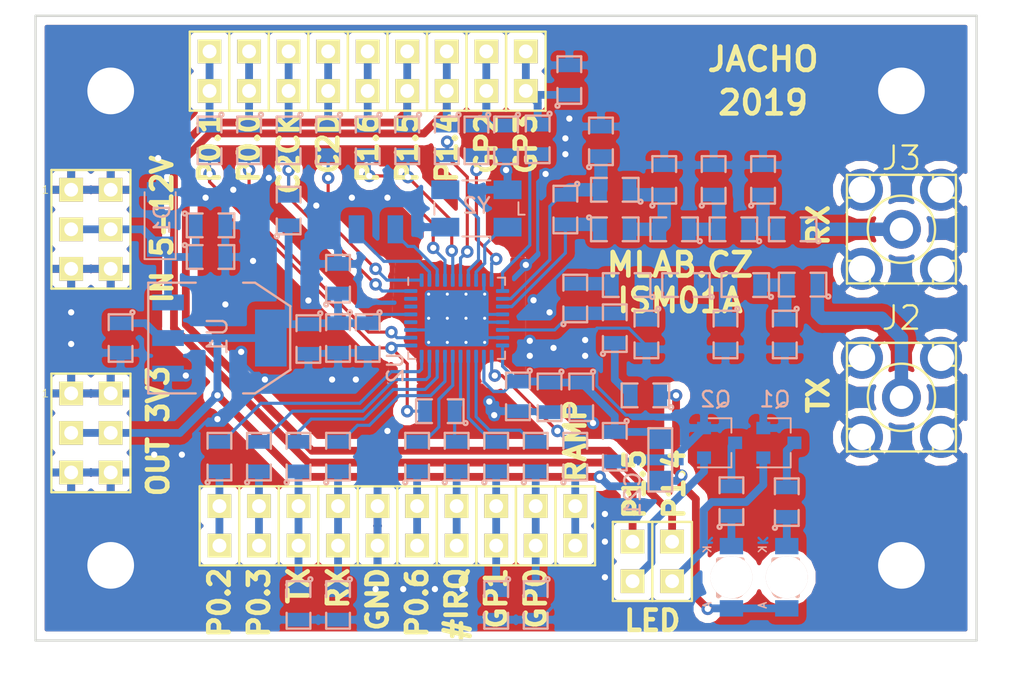
<source format=kicad_pcb>
(kicad_pcb (version 20171130) (host pcbnew "(6.0.0-rc1-dev-205-gc0615c5ef)")
  (title_block (title NAME) (date "%d. %m. %Y") (rev REV) (company "Mlab www.mlab.cz") (comment 1 VERSION) (comment 2 "Short description\\nTwo lines are maximum") (comment 3 "nickname <email@example.com>"))
  (layers (0 F.Cu signal hide) (31 B.Cu signal) (34 B.Paste user) (36 B.SilkS user) (37 F.SilkS user) (38 B.Mask user) (39 F.Mask user) (44 Edge.Cuts user))
  (net 0 "")
  (net 1 GND)
  (net 2 VCC)
  (net 3 +3V3)
  (net 4 "Net-(C4-Pad1)")
  (net 5 "Net-(C6-Pad1)")
  (net 6 "Net-(C7-Pad1)")
  (net 7 "Net-(C8-Pad1)")
  (net 8 "Net-(C9-Pad1)")
  (net 9 "Net-(C10-Pad1)")
  (net 10 "Net-(C11-Pad1)")
  (net 11 "Net-(C11-Pad2)")
  (net 12 "Net-(C12-Pad1)")
  (net 13 "Net-(C13-Pad1)")
  (net 14 "Net-(C15-Pad1)")
  (net 15 /GPIO0)
  (net 16 /GPIO1)
  (net 17 /GPIO2)
  (net 18 /GPIO3)
  (net 19 /RX)
  (net 20 /TX)
  (net 21 "Net-(J2-Pad1)")
  (net 22 "Net-(J3-Pad1)")
  (net 23 /P2.7C2D)
  (net 24 /P1.6)
  (net 25 /P1.5)
  (net 26 /P1.4)
  (net 27 /P0.6)
  (net 28 /P0.3)
  (net 29 /P0.2)
  (net 30 /P0.1)
  (net 31 /P0.0)
  (net 32 /TXRAMP)
  (net 33 /#RST_C2CK)
  (net 34 /#IRQ)
  (net 35 "Net-(L8-Pad1)")
  (net 36 "Net-(R2-Pad2)")
  (net 37 "Net-(R3-Pad2)")
  (net 38 "Net-(R4-Pad2)")
  (net 39 "Net-(R5-Pad2)")
  (net 40 "Net-(R6-Pad2)")
  (net 41 "Net-(R7-Pad2)")
  (net 42 "Net-(R8-Pad2)")
  (net 43 "Net-(R9-Pad2)")
  (net 44 "Net-(R10-Pad2)")
  (net 45 "Net-(R12-Pad2)")
  (net 46 "Net-(R13-Pad2)")
  (net 47 "Net-(R16-Pad2)")
  (net 48 "Net-(R17-Pad2)")
  (net 49 "Net-(R18-Pad2)")
  (net 50 "Net-(R19-Pad2)")
  (net 51 "Net-(U2-Pad2)")
  (net 52 "Net-(U2-Pad3)")
  (net 53 "Net-(U2-Pad7)")
  (net 54 "Net-(U2-Pad8)")
  (net 55 "Net-(D2-Pad1)")
  (net 56 "Net-(D3-Pad1)")
  (net 57 "Net-(Q1-Pad3)")
  (net 58 "Net-(J24-Pad1)")
  (net 59 "Net-(J25-Pad1)")
  (net 60 "Net-(Q2-Pad3)")
  (net 61 /P0.1_1)
  (net 62 /#RST_1)
  (net 63 /#IRQ_1)
  (module Mlab_R:SMD-0805 (layer B.Cu) (at 11.4935 -24.892)
    (fp_text reference C1)
    (fp_text value 10uF)
    (pad 2 smd rect (at 0.9525 0) (size 0.889 1.397) (layers B.Cu B.Paste B.Mask) (net 1 GND))
    (pad 1 smd rect (at -0.9525 0) (size 0.889 1.397) (layers B.Cu B.Paste B.Mask) (net 2 VCC))
  )
  (module Mlab_R:SMD-0805 (layer B.Cu) (at 11.4935 -26.924)
    (fp_text reference C2)
    (fp_text value 100nF)
    (pad 2 smd rect (at 0.9525 0) (size 0.889 1.397) (layers B.Cu B.Paste B.Mask) (net 1 GND))
    (pad 1 smd rect (at -0.9525 0) (size 0.889 1.397) (layers B.Cu B.Paste B.Mask) (net 2 VCC))
  )
  (module Mlab_R:SMD-0805 (layer B.Cu) (at 17.78 -19.6215 270)
    (fp_text reference C3)
    (fp_text value 10uF)
    (pad 1 smd rect (at -0.9525 0 270) (size 0.889 1.397) (layers B.Cu B.Paste B.Mask) (net 3 +3V3))
    (pad 2 smd rect (at 0.9525 0 270) (size 0.889 1.397) (layers B.Cu B.Paste B.Mask) (net 1 GND))
  )
  (module Mlab_R:SMD-0805 (layer B.Cu) (at 48.387 -19.9136 270)
    (fp_text reference C4)
    (fp_text value 6.8pf)
    (pad 2 smd rect (at 0.9525 0 270) (size 0.889 1.397) (layers B.Cu B.Paste B.Mask) (net 1 GND))
    (pad 1 smd rect (at -0.9525 0 270) (size 0.889 1.397) (layers B.Cu B.Paste B.Mask) (net 4 "Net-(C4-Pad1)"))
  )
  (module Mlab_R:SMD-0805 (layer B.Cu) (at 5.715 -19.685 270)
    (fp_text reference C5)
    (fp_text value 10uF)
    (pad 2 smd rect (at 0.9525 0 270) (size 0.889 1.397) (layers B.Cu B.Paste B.Mask) (net 1 GND))
    (pad 1 smd rect (at -0.9525 0 270) (size 0.889 1.397) (layers B.Cu B.Paste B.Mask) (net 3 +3V3))
  )
  (module Mlab_R:SMD-0805 (layer B.Cu) (at 46.99 -29.845 90)
    (fp_text reference C6)
    (fp_text value 6.8pf)
    (pad 1 smd rect (at -0.9525 0 90) (size 0.889 1.397) (layers B.Cu B.Paste B.Mask) (net 5 "Net-(C6-Pad1)"))
    (pad 2 smd rect (at 0.9525 0 90) (size 0.889 1.397) (layers B.Cu B.Paste B.Mask) (net 1 GND))
  )
  (module Mlab_R:SMD-0805 (layer B.Cu) (at 44.577 -19.9136 270)
    (fp_text reference C7)
    (fp_text value 15pF)
    (pad 1 smd rect (at -0.9525 0 270) (size 0.889 1.397) (layers B.Cu B.Paste B.Mask) (net 6 "Net-(C7-Pad1)"))
    (pad 2 smd rect (at 0.9525 0 270) (size 0.889 1.397) (layers B.Cu B.Paste B.Mask) (net 1 GND))
  )
  (module Mlab_R:SMD-0805 (layer B.Cu) (at 43.815 -29.845 90)
    (fp_text reference C8)
    (fp_text value 15pF)
    (pad 2 smd rect (at 0.9525 0 90) (size 0.889 1.397) (layers B.Cu B.Paste B.Mask) (net 1 GND))
    (pad 1 smd rect (at -0.9525 0 90) (size 0.889 1.397) (layers B.Cu B.Paste B.Mask) (net 7 "Net-(C8-Pad1)"))
  )
  (module Mlab_R:SMD-0805 (layer B.Cu) (at 39.497 -19.9136 270)
    (fp_text reference C9)
    (fp_text value 8,2pF)
    (pad 2 smd rect (at 0.9525 0 270) (size 0.889 1.397) (layers B.Cu B.Paste B.Mask) (net 1 GND))
    (pad 1 smd rect (at -0.9525 0 270) (size 0.889 1.397) (layers B.Cu B.Paste B.Mask) (net 8 "Net-(C9-Pad1)"))
  )
  (module Mlab_R:SMD-0805 (layer B.Cu) (at 40.64 -29.845 90)
    (fp_text reference C10)
    (fp_text value 8,2pF)
    (pad 1 smd rect (at -0.9525 0 90) (size 0.889 1.397) (layers B.Cu B.Paste B.Mask) (net 9 "Net-(C10-Pad1)"))
    (pad 2 smd rect (at 0.9525 0 90) (size 0.889 1.397) (layers B.Cu B.Paste B.Mask) (net 1 GND))
  )
  (module Mlab_R:SMD-0805 (layer B.Cu) (at 34.925 -22.225 90)
    (fp_text reference C11)
    (fp_text value 8,2pF)
    (pad 1 smd rect (at -0.9525 0 90) (size 0.889 1.397) (layers B.Cu B.Paste B.Mask) (net 10 "Net-(C11-Pad1)"))
    (pad 2 smd rect (at 0.9525 0 90) (size 0.889 1.397) (layers B.Cu B.Paste B.Mask) (net 11 "Net-(C11-Pad2)"))
  )
  (module Mlab_R:SMD-0805 (layer B.Cu) (at 37.465 -26.67)
    (fp_text reference C12)
    (fp_text value 2.7pF)
    (pad 1 smd rect (at -0.9525 0) (size 0.889 1.397) (layers B.Cu B.Paste B.Mask) (net 12 "Net-(C12-Pad1)"))
    (pad 2 smd rect (at 0.9525 0) (size 0.889 1.397) (layers B.Cu B.Paste B.Mask) (net 9 "Net-(C10-Pad1)"))
  )
  (module Mlab_R:SMD-0805 (layer B.Cu) (at 36.576 -32.3215 90)
    (fp_text reference C13)
    (fp_text value 5.1pF)
    (pad 1 smd rect (at -0.9525 0 90) (size 0.889 1.397) (layers B.Cu B.Paste B.Mask) (net 13 "Net-(C13-Pad1)"))
    (pad 2 smd rect (at 0.9525 0 90) (size 0.889 1.397) (layers B.Cu B.Paste B.Mask) (net 1 GND))
  )
  (module Mlab_R:SMD-0805 (layer B.Cu) (at 19.685 -19.685 270)
    (fp_text reference C14)
    (fp_text value 10nF)
    (pad 2 smd rect (at 0.9525 0 270) (size 0.889 1.397) (layers B.Cu B.Paste B.Mask) (net 1 GND))
    (pad 1 smd rect (at -0.9525 0 270) (size 0.889 1.397) (layers B.Cu B.Paste B.Mask) (net 3 +3V3))
  )
  (module Mlab_R:SMD-0805 (layer B.Cu) (at 33.274 -15.875 270)
    (fp_text reference C15)
    (fp_text value 33pF)
    (pad 2 smd rect (at 0.9525 0 270) (size 0.889 1.397) (layers B.Cu B.Paste B.Mask) (net 1 GND))
    (pad 1 smd rect (at -0.9525 0 270) (size 0.889 1.397) (layers B.Cu B.Paste B.Mask) (net 14 "Net-(C15-Pad1)"))
  )
  (module Mlab_R:SMD-0805 (layer B.Cu) (at 19.685 -23.495 90)
    (fp_text reference C16)
    (fp_text value 100nF)
    (pad 1 smd rect (at -0.9525 0 90) (size 0.889 1.397) (layers B.Cu B.Paste B.Mask) (net 3 +3V3))
    (pad 2 smd rect (at 0.9525 0 90) (size 0.889 1.397) (layers B.Cu B.Paste B.Mask) (net 1 GND))
  )
  (module Mlab_R:SMD-0805 (layer B.Cu) (at 35.306 -15.875 270)
    (fp_text reference C17)
    (fp_text value 100pF)
    (pad 1 smd rect (at -0.9525 0 270) (size 0.889 1.397) (layers B.Cu B.Paste B.Mask) (net 14 "Net-(C15-Pad1)"))
    (pad 2 smd rect (at 0.9525 0 270) (size 0.889 1.397) (layers B.Cu B.Paste B.Mask) (net 1 GND))
  )
  (module Mlab_R:SMD-0805 (layer B.Cu) (at 21.59 -19.685 270)
    (fp_text reference C18)
    (fp_text value 10uF)
    (pad 2 smd rect (at 0.9525 0 270) (size 0.889 1.397) (layers B.Cu B.Paste B.Mask) (net 1 GND))
    (pad 1 smd rect (at -0.9525 0 270) (size 0.889 1.397) (layers B.Cu B.Paste B.Mask) (net 3 +3V3))
  )
  (module Mlab_R:SMD-0805 (layer B.Cu) (at 37.465 -12.7 270)
    (fp_text reference C19)
    (fp_text value 100nF)
    (pad 2 smd rect (at 0.9525 0 270) (size 0.889 1.397) (layers B.Cu B.Paste B.Mask) (net 1 GND))
    (pad 1 smd rect (at -0.9525 0 270) (size 0.889 1.397) (layers B.Cu B.Paste B.Mask) (net 14 "Net-(C15-Pad1)"))
  )
  (module Mlab_R:SMD-0805 (layer B.Cu) (at 31.242 -15.9385 270)
    (fp_text reference C20)
    (fp_text value 10uF)
    (pad 1 smd rect (at -0.9525 0 270) (size 0.889 1.397) (layers B.Cu B.Paste B.Mask) (net 14 "Net-(C15-Pad1)"))
    (pad 2 smd rect (at 0.9525 0 270) (size 0.889 1.397) (layers B.Cu B.Paste B.Mask) (net 1 GND))
  )
  (module Mlab_L:FIR1 (layer B.Cu) (at 40.386 -11.858 270)
    (fp_text reference C21 (at 2.206 1.778 270) (layer B.SilkS) (effects (justify mirror)))
    (fp_text value NFM21PC105 hide)
    (pad 1 smd rect (at -1.35 0 270) (size 1.3 1.5) (layers B.Cu B.Paste B.Mask) (net 14 "Net-(C15-Pad1)"))
    (pad 2 smd rect (at 0 0 270) (size 0.7 3) (layers B.Cu B.Paste B.Mask) (net 1 GND))
    (pad 3 smd rect (at 1.35 0 270) (size 1.3 1.5) (layers B.Cu B.Paste B.Mask) (net 3 +3V3))
  )
  (module Mlab_R:SMD-0805 (layer B.Cu) (at 32.385 -2.54 270)
    (fp_text reference C22)
    (fp_text value 10nF)
    (pad 2 smd rect (at 0.9525 0 270) (size 0.889 1.397) (layers B.Cu B.Paste B.Mask) (net 1 GND))
    (pad 1 smd rect (at -0.9525 0 270) (size 0.889 1.397) (layers B.Cu B.Paste B.Mask) (net 15 /GPIO0))
  )
  (module Mlab_R:SMD-0805 (layer B.Cu) (at 29.845 -2.54 270)
    (fp_text reference C23)
    (fp_text value 10nF)
    (pad 1 smd rect (at -0.9525 0 270) (size 0.889 1.397) (layers B.Cu B.Paste B.Mask) (net 16 /GPIO1))
    (pad 2 smd rect (at 0.9525 0 270) (size 0.889 1.397) (layers B.Cu B.Paste B.Mask) (net 1 GND))
  )
  (module Mlab_R:SMD-0805 (layer B.Cu) (at 30.48 -32.385 270)
    (fp_text reference C25)
    (fp_text value 10nF)
    (pad 2 smd rect (at 0.9525 0 270) (size 0.889 1.397) (layers B.Cu B.Paste B.Mask) (net 1 GND))
    (pad 1 smd rect (at -0.9525 0 270) (size 0.889 1.397) (layers B.Cu B.Paste B.Mask) (net 17 /GPIO2))
  )
  (module Mlab_R:SMD-0805 (layer B.Cu) (at 34.544 -36.2585 90)
    (fp_text reference C26)
    (fp_text value 10nF)
    (pad 1 smd rect (at -0.9525 0 90) (size 0.889 1.397) (layers B.Cu B.Paste B.Mask) (net 18 /GPIO3))
    (pad 2 smd rect (at 0.9525 0 90) (size 0.889 1.397) (layers B.Cu B.Paste B.Mask) (net 1 GND))
  )
  (module Mlab_R:SMD-0805 (layer B.Cu) (at 19.685 -2.54 270)
    (fp_text reference C27)
    (fp_text value 10nF)
    (pad 2 smd rect (at 0.9525 0 270) (size 0.889 1.397) (layers B.Cu B.Paste B.Mask) (net 1 GND))
    (pad 1 smd rect (at -0.9525 0 270) (size 0.889 1.397) (layers B.Cu B.Paste B.Mask) (net 19 /RX))
  )
  (module Mlab_R:SMD-0805 (layer B.Cu) (at 17.145 -2.54 270)
    (fp_text reference C28)
    (fp_text value 10nF)
    (pad 1 smd rect (at -0.9525 0 270) (size 0.889 1.397) (layers B.Cu B.Paste B.Mask) (net 20 /TX))
    (pad 2 smd rect (at 0.9525 0 270) (size 0.889 1.397) (layers B.Cu B.Paste B.Mask) (net 1 GND))
  )
  (module Mlab_D:Diode-MiniMELF_Standard (layer B.Cu) (at 8.255 -27.305 90)
    (fp_text reference D1 (at 0 0.127 90) (layer B.SilkS) (effects (justify mirror)))
    (fp_text value M4 hide)
    (pad 1 smd rect (at -1.75 0 90) (size 1.3 1.7) (layers B.Cu B.Paste B.Mask) (net 2 VCC))
    (pad 2 smd rect (at 1.75 0 90) (size 1.3 1.7) (layers B.Cu B.Paste B.Mask) (net 1 GND))
  )
  (module Mlab_Pin_Headers:Straight_2x03 (layer F.Cu) (at 3.81 -26.67)
    (fp_text reference J1 hide)
    (fp_text value JUMP_3X2 hide)
    (fp_text user 1 (at -2.921 -2.54) (layer F.SilkS) (effects (font (size 0.5 0.5) (thickness 0.05))))
    (pad 1 thru_hole rect (at -1.27 -2.54) (size 1.524 1.524) (drill 0.889) (layers *.Cu *.Mask F.SilkS) (net 1 GND))
    (pad 2 thru_hole rect (at 1.27 -2.54) (size 1.524 1.524) (drill 0.889) (layers *.Cu *.Mask F.SilkS) (net 1 GND))
    (pad 3 thru_hole rect (at -1.27 0) (size 1.524 1.524) (drill 0.889) (layers *.Cu *.Mask F.SilkS) (net 2 VCC))
    (pad 4 thru_hole rect (at 1.27 0) (size 1.524 1.524) (drill 0.889) (layers *.Cu *.Mask F.SilkS) (net 2 VCC))
    (pad 5 thru_hole rect (at -1.27 2.54) (size 1.524 1.524) (drill 0.889) (layers *.Cu *.Mask F.SilkS) (net 1 GND))
    (pad 6 thru_hole rect (at 1.27 2.54) (size 1.524 1.524) (drill 0.889) (layers *.Cu *.Mask F.SilkS) (net 1 GND))
  )
  (module Mlab_Pin_Headers:Straight_2x03 (layer F.Cu) (at 3.81 -13.589)
    (fp_text reference J4 hide)
    (fp_text value JUMP_3X2 hide)
    (fp_text user 1 (at -2.921 -2.54) (layer F.SilkS) (effects (font (size 0.5 0.5) (thickness 0.05))))
    (pad 6 thru_hole rect (at 1.27 2.54) (size 1.524 1.524) (drill 0.889) (layers *.Cu *.Mask F.SilkS) (net 1 GND))
    (pad 5 thru_hole rect (at -1.27 2.54) (size 1.524 1.524) (drill 0.889) (layers *.Cu *.Mask F.SilkS) (net 1 GND))
    (pad 4 thru_hole rect (at 1.27 0) (size 1.524 1.524) (drill 0.889) (layers *.Cu *.Mask F.SilkS) (net 3 +3V3))
    (pad 3 thru_hole rect (at -1.27 0) (size 1.524 1.524) (drill 0.889) (layers *.Cu *.Mask F.SilkS) (net 3 +3V3))
    (pad 2 thru_hole rect (at 1.27 -2.54) (size 1.524 1.524) (drill 0.889) (layers *.Cu *.Mask F.SilkS) (net 1 GND))
    (pad 1 thru_hole rect (at -1.27 -2.54) (size 1.524 1.524) (drill 0.889) (layers *.Cu *.Mask F.SilkS) (net 1 GND))
  )
  (module Mlab_Pin_Headers:Straight_2x01 (layer F.Cu) (at 19.05 -36.83 90)
    (fp_text reference J6 hide)
    (fp_text value HEADER_2x01_PARALLEL hide)
    (pad 2 thru_hole rect (at 1.27 0 90) (size 1.524 1.524) (drill 0.889) (layers *.Cu *.Mask F.SilkS) (net 23 /P2.7C2D))
    (pad 1 thru_hole rect (at -1.27 0 90) (size 1.524 1.524) (drill 0.889) (layers *.Cu *.Mask F.SilkS) (net 23 /P2.7C2D))
  )
  (module Mlab_Pin_Headers:Straight_2x01 (layer F.Cu) (at 21.59 -36.83 90)
    (fp_text reference J7 hide)
    (fp_text value HEADER_2x01_PARALLEL hide)
    (pad 1 thru_hole rect (at -1.27 0 90) (size 1.524 1.524) (drill 0.889) (layers *.Cu *.Mask F.SilkS) (net 24 /P1.6))
    (pad 2 thru_hole rect (at 1.27 0 90) (size 1.524 1.524) (drill 0.889) (layers *.Cu *.Mask F.SilkS) (net 24 /P1.6))
  )
  (module Mlab_Pin_Headers:Straight_2x01 (layer F.Cu) (at 24.13 -36.83 90)
    (fp_text reference J8 hide)
    (fp_text value HEADER_2x01_PARALLEL hide)
    (pad 2 thru_hole rect (at 1.27 0 90) (size 1.524 1.524) (drill 0.889) (layers *.Cu *.Mask F.SilkS) (net 25 /P1.5))
    (pad 1 thru_hole rect (at -1.27 0 90) (size 1.524 1.524) (drill 0.889) (layers *.Cu *.Mask F.SilkS) (net 25 /P1.5))
  )
  (module Mlab_Pin_Headers:Straight_2x01 (layer F.Cu) (at 26.67 -36.83 90)
    (fp_text reference J9 hide)
    (fp_text value HEADER_2x01_PARALLEL hide)
    (pad 1 thru_hole rect (at -1.27 0 90) (size 1.524 1.524) (drill 0.889) (layers *.Cu *.Mask F.SilkS) (net 26 /P1.4))
    (pad 2 thru_hole rect (at 1.27 0 90) (size 1.524 1.524) (drill 0.889) (layers *.Cu *.Mask F.SilkS) (net 26 /P1.4))
  )
  (module Mlab_Pin_Headers:Straight_2x01 (layer F.Cu) (at 24.765 -7.62 90)
    (fp_text reference J10 hide)
    (fp_text value HEADER_2x01_PARALLEL hide)
    (pad 2 thru_hole rect (at 1.27 0 90) (size 1.524 1.524) (drill 0.889) (layers *.Cu *.Mask F.SilkS) (net 27 /P0.6))
    (pad 1 thru_hole rect (at -1.27 0 90) (size 1.524 1.524) (drill 0.889) (layers *.Cu *.Mask F.SilkS) (net 27 /P0.6))
  )
  (module Mlab_Pin_Headers:Straight_2x01 (layer F.Cu) (at 19.685 -7.62 270)
    (fp_text reference J11 hide)
    (fp_text value HEADER_2x01_PARALLEL hide)
    (pad 1 thru_hole rect (at -1.27 0 270) (size 1.524 1.524) (drill 0.889) (layers *.Cu *.Mask F.SilkS) (net 19 /RX))
    (pad 2 thru_hole rect (at 1.27 0 270) (size 1.524 1.524) (drill 0.889) (layers *.Cu *.Mask F.SilkS) (net 19 /RX))
  )
  (module Mlab_Pin_Headers:Straight_2x01 (layer F.Cu) (at 17.145 -7.62 90)
    (fp_text reference J12 hide)
    (fp_text value HEADER_2x01_PARALLEL hide)
    (pad 2 thru_hole rect (at 1.27 0 90) (size 1.524 1.524) (drill 0.889) (layers *.Cu *.Mask F.SilkS) (net 20 /TX))
    (pad 1 thru_hole rect (at -1.27 0 90) (size 1.524 1.524) (drill 0.889) (layers *.Cu *.Mask F.SilkS) (net 20 /TX))
  )
  (module Mlab_Pin_Headers:Straight_2x01 (layer F.Cu) (at 14.605 -7.62 270)
    (fp_text reference J13 hide)
    (fp_text value HEADER_2x01_PARALLEL hide)
    (pad 2 thru_hole rect (at 1.27 0 270) (size 1.524 1.524) (drill 0.889) (layers *.Cu *.Mask F.SilkS) (net 28 /P0.3))
    (pad 1 thru_hole rect (at -1.27 0 270) (size 1.524 1.524) (drill 0.889) (layers *.Cu *.Mask F.SilkS) (net 28 /P0.3))
  )
  (module Mlab_Pin_Headers:Straight_2x01 (layer F.Cu) (at 12.065 -7.62 270)
    (fp_text reference J14 hide)
    (fp_text value HEADER_2x01_PARALLEL hide)
    (pad 1 thru_hole rect (at -1.27 0 270) (size 1.524 1.524) (drill 0.889) (layers *.Cu *.Mask F.SilkS) (net 29 /P0.2))
    (pad 2 thru_hole rect (at 1.27 0 270) (size 1.524 1.524) (drill 0.889) (layers *.Cu *.Mask F.SilkS) (net 29 /P0.2))
  )
  (module Mlab_Pin_Headers:Straight_2x01 (layer F.Cu) (at 11.43 -36.83 90)
    (fp_text reference J15 hide)
    (fp_text value HEADER_2x01_PARALLEL hide)
    (pad 1 thru_hole rect (at -1.27 0 90) (size 1.524 1.524) (drill 0.889) (layers *.Cu *.Mask F.SilkS) (net 30 /P0.1))
    (pad 2 thru_hole rect (at 1.27 0 90) (size 1.524 1.524) (drill 0.889) (layers *.Cu *.Mask F.SilkS) (net 30 /P0.1))
  )
  (module Mlab_Pin_Headers:Straight_2x01 (layer F.Cu) (at 13.97 -36.83 90)
    (fp_text reference J16 hide)
    (fp_text value HEADER_2x01_PARALLEL hide)
    (pad 2 thru_hole rect (at 1.27 0 90) (size 1.524 1.524) (drill 0.889) (layers *.Cu *.Mask F.SilkS) (net 31 /P0.0))
    (pad 1 thru_hole rect (at -1.27 0 90) (size 1.524 1.524) (drill 0.889) (layers *.Cu *.Mask F.SilkS) (net 31 /P0.0))
  )
  (module Mlab_Pin_Headers:Straight_2x01 (layer F.Cu) (at 34.925 -7.62 90)
    (fp_text reference J17 hide)
    (fp_text value HEADER_2x01_PARALLEL hide)
    (pad 2 thru_hole rect (at 1.27 0 90) (size 1.524 1.524) (drill 0.889) (layers *.Cu *.Mask F.SilkS) (net 32 /TXRAMP))
    (pad 1 thru_hole rect (at -1.27 0 90) (size 1.524 1.524) (drill 0.889) (layers *.Cu *.Mask F.SilkS) (net 32 /TXRAMP))
  )
  (module Mlab_Pin_Headers:Straight_2x01 (layer F.Cu) (at 16.51 -36.83 90)
    (fp_text reference J18 hide)
    (fp_text value HEADER_2x01_PARALLEL hide)
    (pad 1 thru_hole rect (at -1.27 0 90) (size 1.524 1.524) (drill 0.889) (layers *.Cu *.Mask F.SilkS) (net 33 /#RST_C2CK))
    (pad 2 thru_hole rect (at 1.27 0 90) (size 1.524 1.524) (drill 0.889) (layers *.Cu *.Mask F.SilkS) (net 33 /#RST_C2CK))
  )
  (module Mlab_Pin_Headers:Straight_2x01 (layer F.Cu) (at 27.305 -7.62 90)
    (fp_text reference J19 hide)
    (fp_text value HEADER_2x01_PARALLEL hide)
    (pad 2 thru_hole rect (at 1.27 0 90) (size 1.524 1.524) (drill 0.889) (layers *.Cu *.Mask F.SilkS) (net 34 /#IRQ))
    (pad 1 thru_hole rect (at -1.27 0 90) (size 1.524 1.524) (drill 0.889) (layers *.Cu *.Mask F.SilkS) (net 34 /#IRQ))
  )
  (module Mlab_Pin_Headers:Straight_2x01 (layer F.Cu) (at 32.385 -7.62 90)
    (fp_text reference J20 hide)
    (fp_text value HEADER_2x01_PARALLEL hide)
    (pad 1 thru_hole rect (at -1.27 0 90) (size 1.524 1.524) (drill 0.889) (layers *.Cu *.Mask F.SilkS) (net 15 /GPIO0))
    (pad 2 thru_hole rect (at 1.27 0 90) (size 1.524 1.524) (drill 0.889) (layers *.Cu *.Mask F.SilkS) (net 15 /GPIO0))
  )
  (module Mlab_Pin_Headers:Straight_2x01 (layer F.Cu) (at 29.845 -7.62 90)
    (fp_text reference J21 hide)
    (fp_text value HEADER_2x01_PARALLEL hide)
    (pad 1 thru_hole rect (at -1.27 0 90) (size 1.524 1.524) (drill 0.889) (layers *.Cu *.Mask F.SilkS) (net 16 /GPIO1))
    (pad 2 thru_hole rect (at 1.27 0 90) (size 1.524 1.524) (drill 0.889) (layers *.Cu *.Mask F.SilkS) (net 16 /GPIO1))
  )
  (module Mlab_Pin_Headers:Straight_2x01 (layer F.Cu) (at 29.21 -36.83 90)
    (fp_text reference J22 hide)
    (fp_text value HEADER_2x01_PARALLEL hide)
    (pad 2 thru_hole rect (at 1.27 0 90) (size 1.524 1.524) (drill 0.889) (layers *.Cu *.Mask F.SilkS) (net 17 /GPIO2))
    (pad 1 thru_hole rect (at -1.27 0 90) (size 1.524 1.524) (drill 0.889) (layers *.Cu *.Mask F.SilkS) (net 17 /GPIO2))
  )
  (module Mlab_Pin_Headers:Straight_2x01 (layer F.Cu) (at 31.75 -36.83 90)
    (fp_text reference J23 hide)
    (fp_text value HEADER_2x01_PARALLEL hide)
    (pad 1 thru_hole rect (at -1.27 0 90) (size 1.524 1.524) (drill 0.889) (layers *.Cu *.Mask F.SilkS) (net 18 /GPIO3))
    (pad 2 thru_hole rect (at 1.27 0 90) (size 1.524 1.524) (drill 0.889) (layers *.Cu *.Mask F.SilkS) (net 18 /GPIO3))
  )
  (module Mlab_R:SMD-0805 (layer B.Cu) (at 49.53 -23.114 180)
    (fp_text reference L1)
    (fp_text value 0R)
    (pad 1 smd rect (at -0.9525 0 180) (size 0.889 1.397) (layers B.Cu B.Paste B.Mask) (net 21 "Net-(J2-Pad1)"))
    (pad 2 smd rect (at 0.9525 0 180) (size 0.889 1.397) (layers B.Cu B.Paste B.Mask) (net 4 "Net-(C4-Pad1)"))
  )
  (module Mlab_R:SMD-0805 (layer B.Cu) (at 48.895 -26.67 180)
    (fp_text reference L2)
    (fp_text value 0R)
    (pad 1 smd rect (at -0.9525 0 180) (size 0.889 1.397) (layers B.Cu B.Paste B.Mask) (net 22 "Net-(J3-Pad1)"))
    (pad 2 smd rect (at 0.9525 0 180) (size 0.889 1.397) (layers B.Cu B.Paste B.Mask) (net 5 "Net-(C6-Pad1)"))
  )
  (module Mlab_R:SMD-0805 (layer B.Cu) (at 45.847 -23.0886 180)
    (fp_text reference L3)
    (fp_text value 18nH)
    (pad 2 smd rect (at 0.9525 0 180) (size 0.889 1.397) (layers B.Cu B.Paste B.Mask) (net 6 "Net-(C7-Pad1)"))
    (pad 1 smd rect (at -0.9525 0 180) (size 0.889 1.397) (layers B.Cu B.Paste B.Mask) (net 4 "Net-(C4-Pad1)"))
  )
  (module Mlab_R:SMD-0805 (layer B.Cu) (at 45.085 -26.67 180)
    (fp_text reference L4)
    (fp_text value 18nH)
    (pad 1 smd rect (at -0.9525 0 180) (size 0.889 1.397) (layers B.Cu B.Paste B.Mask) (net 5 "Net-(C6-Pad1)"))
    (pad 2 smd rect (at 0.9525 0 180) (size 0.889 1.397) (layers B.Cu B.Paste B.Mask) (net 7 "Net-(C8-Pad1)"))
  )
  (module Mlab_R:SMD-0805 (layer B.Cu) (at 42.037 -23.0886 180)
    (fp_text reference L5)
    (fp_text value 18nH)
    (pad 2 smd rect (at 0.9525 0 180) (size 0.889 1.397) (layers B.Cu B.Paste B.Mask) (net 8 "Net-(C9-Pad1)"))
    (pad 1 smd rect (at -0.9525 0 180) (size 0.889 1.397) (layers B.Cu B.Paste B.Mask) (net 6 "Net-(C7-Pad1)"))
  )
  (module Mlab_R:SMD-0805 (layer B.Cu) (at 41.275 -26.67 180)
    (fp_text reference L6)
    (fp_text value 18nH)
    (pad 2 smd rect (at 0.9525 0 180) (size 0.889 1.397) (layers B.Cu B.Paste B.Mask) (net 9 "Net-(C10-Pad1)"))
    (pad 1 smd rect (at -0.9525 0 180) (size 0.889 1.397) (layers B.Cu B.Paste B.Mask) (net 7 "Net-(C8-Pad1)"))
  )
  (module Mlab_R:SMD-0805 (layer B.Cu) (at 38.227 -23.0886 180)
    (fp_text reference L7)
    (fp_text value 39nH)
    (pad 2 smd rect (at 0.9525 0 180) (size 0.889 1.397) (layers B.Cu B.Paste B.Mask) (net 11 "Net-(C11-Pad2)"))
    (pad 1 smd rect (at -0.9525 0 180) (size 0.889 1.397) (layers B.Cu B.Paste B.Mask) (net 8 "Net-(C9-Pad1)"))
  )
  (module Mlab_R:SMD-0805 (layer B.Cu) (at 37.465 -20.32 90)
    (fp_text reference L8)
    (fp_text value 220nH)
    (pad 1 smd rect (at -0.9525 0 90) (size 0.889 1.397) (layers B.Cu B.Paste B.Mask) (net 35 "Net-(L8-Pad1)"))
    (pad 2 smd rect (at 0.9525 0 90) (size 0.889 1.397) (layers B.Cu B.Paste B.Mask) (net 10 "Net-(C11-Pad1)"))
  )
  (module Mlab_R:SMD-0805 (layer B.Cu) (at 37.465 -29.21 180)
    (fp_text reference L9)
    (fp_text value 56nH)
    (pad 1 smd rect (at -0.9525 0 180) (size 0.889 1.397) (layers B.Cu B.Paste B.Mask) (net 9 "Net-(C10-Pad1)"))
    (pad 2 smd rect (at 0.9525 0 180) (size 0.889 1.397) (layers B.Cu B.Paste B.Mask) (net 13 "Net-(C13-Pad1)"))
  )
  (module Mlab_R:SMD-0805 (layer B.Cu) (at 34.29 -27.94 270)
    (fp_text reference L10)
    (fp_text value 56nH)
    (pad 2 smd rect (at 0.9525 0 270) (size 0.889 1.397) (layers B.Cu B.Paste B.Mask) (net 12 "Net-(C12-Pad1)"))
    (pad 1 smd rect (at -0.9525 0 270) (size 0.889 1.397) (layers B.Cu B.Paste B.Mask) (net 13 "Net-(C13-Pad1)"))
  )
  (module Mlab_Mechanical:MountingHole_3mm (layer F.Cu) (at 5.08 -35.56)
    (fp_text reference M1 hide)
    (fp_text value HOLE hide)
    (pad 1 thru_hole circle (at 0 0) (size 6 6) (drill 3) (layers *.Cu *.Adhes *.Mask) (net 1 GND) (clearance 1))
  )
  (module Mlab_Mechanical:MountingHole_3mm (layer F.Cu) (at 55.88 -5.08)
    (fp_text reference M2 hide)
    (fp_text value HOLE hide)
    (pad 1 thru_hole circle (at 0 0) (size 6 6) (drill 3) (layers *.Cu *.Adhes *.Mask) (net 1 GND) (clearance 1))
  )
  (module Mlab_Mechanical:MountingHole_3mm (layer F.Cu) (at 5.08 -5.08)
    (fp_text reference M3 hide)
    (fp_text value HOLE hide)
    (pad 1 thru_hole circle (at 0 0) (size 6 6) (drill 3) (layers *.Cu *.Adhes *.Mask) (net 1 GND) (clearance 1))
  )
  (module Mlab_Mechanical:MountingHole_3mm (layer F.Cu) (at 66.04 -35.56)
    (fp_text reference M4 hide)
    (fp_text value HOLE hide)
    (pad 1 thru_hole circle (at -10.16 0) (size 6 6) (drill 3) (layers *.Cu *.Adhes *.Mask) (net 1 GND) (clearance 1))
  )
  (module Mlab_R:SMD-0805 (layer B.Cu) (at 39.4335 -16.002 180)
    (fp_text reference R1)
    (fp_text value 0R)
    (pad 2 smd rect (at 0.9525 0 180) (size 0.889 1.397) (layers B.Cu B.Paste B.Mask) (net 35 "Net-(L8-Pad1)"))
    (pad 1 smd rect (at -0.9525 0 180) (size 0.889 1.397) (layers B.Cu B.Paste B.Mask) (net 3 +3V3))
  )
  (module Mlab_R:SMD-0805 (layer B.Cu) (at 19.05 -32.385 270)
    (fp_text reference R2)
    (fp_text value 33R)
    (pad 2 smd rect (at 0.9525 0 270) (size 0.889 1.397) (layers B.Cu B.Paste B.Mask) (net 36 "Net-(R2-Pad2)"))
    (pad 1 smd rect (at -0.9525 0 270) (size 0.889 1.397) (layers B.Cu B.Paste B.Mask) (net 23 /P2.7C2D))
  )
  (module Mlab_R:SMD-0805 (layer B.Cu) (at 21.59 -32.385 270)
    (fp_text reference R3)
    (fp_text value 33R)
    (pad 2 smd rect (at 0.9525 0 270) (size 0.889 1.397) (layers B.Cu B.Paste B.Mask) (net 37 "Net-(R3-Pad2)"))
    (pad 1 smd rect (at -0.9525 0 270) (size 0.889 1.397) (layers B.Cu B.Paste B.Mask) (net 24 /P1.6))
  )
  (module Mlab_R:SMD-0805 (layer B.Cu) (at 24.13 -32.385 270)
    (fp_text reference R4)
    (fp_text value 33R)
    (pad 1 smd rect (at -0.9525 0 270) (size 0.889 1.397) (layers B.Cu B.Paste B.Mask) (net 25 /P1.5))
    (pad 2 smd rect (at 0.9525 0 270) (size 0.889 1.397) (layers B.Cu B.Paste B.Mask) (net 38 "Net-(R4-Pad2)"))
  )
  (module Mlab_R:SMD-0805 (layer B.Cu) (at 26.67 -32.385 270)
    (fp_text reference R5)
    (fp_text value 33R)
    (pad 2 smd rect (at 0.9525 0 270) (size 0.889 1.397) (layers B.Cu B.Paste B.Mask) (net 39 "Net-(R5-Pad2)"))
    (pad 1 smd rect (at -0.9525 0 270) (size 0.889 1.397) (layers B.Cu B.Paste B.Mask) (net 26 /P1.4))
  )
  (module Mlab_R:SMD-0805 (layer B.Cu) (at 24.765 -12.065 90)
    (fp_text reference R6)
    (fp_text value 33R)
    (pad 1 smd rect (at -0.9525 0 90) (size 0.889 1.397) (layers B.Cu B.Paste B.Mask) (net 27 /P0.6))
    (pad 2 smd rect (at 0.9525 0 90) (size 0.889 1.397) (layers B.Cu B.Paste B.Mask) (net 40 "Net-(R6-Pad2)"))
  )
  (module Mlab_R:SMD-0805 (layer B.Cu) (at 19.685 -12.065 90)
    (fp_text reference R7)
    (fp_text value 33R)
    (pad 2 smd rect (at 0.9525 0 90) (size 0.889 1.397) (layers B.Cu B.Paste B.Mask) (net 41 "Net-(R7-Pad2)"))
    (pad 1 smd rect (at -0.9525 0 90) (size 0.889 1.397) (layers B.Cu B.Paste B.Mask) (net 19 /RX))
  )
  (module Mlab_R:SMD-0805 (layer B.Cu) (at 17.145 -12.065 90)
    (fp_text reference R8)
    (fp_text value 33R)
    (pad 1 smd rect (at -0.9525 0 90) (size 0.889 1.397) (layers B.Cu B.Paste B.Mask) (net 20 /TX))
    (pad 2 smd rect (at 0.9525 0 90) (size 0.889 1.397) (layers B.Cu B.Paste B.Mask) (net 42 "Net-(R8-Pad2)"))
  )
  (module Mlab_R:SMD-0805 (layer B.Cu) (at 14.605 -12.065 90)
    (fp_text reference R9)
    (fp_text value 33R)
    (pad 2 smd rect (at 0.9525 0 90) (size 0.889 1.397) (layers B.Cu B.Paste B.Mask) (net 43 "Net-(R9-Pad2)"))
    (pad 1 smd rect (at -0.9525 0 90) (size 0.889 1.397) (layers B.Cu B.Paste B.Mask) (net 28 /P0.3))
  )
  (module Mlab_R:SMD-0805 (layer B.Cu) (at 12.065 -12.065 90)
    (fp_text reference R10)
    (fp_text value 33R)
    (pad 1 smd rect (at -0.9525 0 90) (size 0.889 1.397) (layers B.Cu B.Paste B.Mask) (net 29 /P0.2))
    (pad 2 smd rect (at 0.9525 0 90) (size 0.889 1.397) (layers B.Cu B.Paste B.Mask) (net 44 "Net-(R10-Pad2)"))
  )
  (module Mlab_R:SMD-0805 (layer B.Cu) (at 11.43 -32.385 270)
    (fp_text reference R11)
    (fp_text value 33R)
    (pad 1 smd rect (at -0.9525 0 270) (size 0.889 1.397) (layers B.Cu B.Paste B.Mask) (net 30 /P0.1))
    (pad 2 smd rect (at 0.9525 0 270) (size 0.889 1.397) (layers B.Cu B.Paste B.Mask) (net 61 /P0.1_1))
  )
  (module Mlab_R:SMD-0805 (layer B.Cu) (at 13.97 -32.385 270)
    (fp_text reference R12)
    (fp_text value 33R)
    (pad 1 smd rect (at -0.9525 0 270) (size 0.889 1.397) (layers B.Cu B.Paste B.Mask) (net 31 /P0.0))
    (pad 2 smd rect (at 0.9525 0 270) (size 0.889 1.397) (layers B.Cu B.Paste B.Mask) (net 45 "Net-(R12-Pad2)"))
  )
  (module Mlab_R:SMD-0805 (layer B.Cu) (at 34.925 -12.065 90)
    (fp_text reference R13)
    (fp_text value 33R)
    (pad 2 smd rect (at 0.9525 0 90) (size 0.889 1.397) (layers B.Cu B.Paste B.Mask) (net 46 "Net-(R13-Pad2)"))
    (pad 1 smd rect (at -0.9525 0 90) (size 0.889 1.397) (layers B.Cu B.Paste B.Mask) (net 32 /TXRAMP))
  )
  (module Mlab_R:SMD-0805 (layer B.Cu) (at 16.51 -32.385 270)
    (fp_text reference R14)
    (fp_text value 33R)
    (pad 1 smd rect (at -0.9525 0 270) (size 0.889 1.397) (layers B.Cu B.Paste B.Mask) (net 33 /#RST_C2CK))
    (pad 2 smd rect (at 0.9525 0 270) (size 0.889 1.397) (layers B.Cu B.Paste B.Mask) (net 62 /#RST_1))
  )
  (module Mlab_R:SMD-0805 (layer B.Cu) (at 27.305 -12.065 90)
    (fp_text reference R15)
    (fp_text value 33R)
    (pad 2 smd rect (at 0.9525 0 90) (size 0.889 1.397) (layers B.Cu B.Paste B.Mask) (net 63 /#IRQ_1))
    (pad 1 smd rect (at -0.9525 0 90) (size 0.889 1.397) (layers B.Cu B.Paste B.Mask) (net 34 /#IRQ))
  )
  (module Mlab_R:SMD-0805 (layer B.Cu) (at 32.385 -12.065 90)
    (fp_text reference R16)
    (fp_text value 33R)
    (pad 1 smd rect (at -0.9525 0 90) (size 0.889 1.397) (layers B.Cu B.Paste B.Mask) (net 15 /GPIO0))
    (pad 2 smd rect (at 0.9525 0 90) (size 0.889 1.397) (layers B.Cu B.Paste B.Mask) (net 47 "Net-(R16-Pad2)"))
  )
  (module Mlab_R:SMD-0805 (layer B.Cu) (at 29.845 -12.065 90)
    (fp_text reference R17)
    (fp_text value 33R)
    (pad 2 smd rect (at 0.9525 0 90) (size 0.889 1.397) (layers B.Cu B.Paste B.Mask) (net 48 "Net-(R17-Pad2)"))
    (pad 1 smd rect (at -0.9525 0 90) (size 0.889 1.397) (layers B.Cu B.Paste B.Mask) (net 16 /GPIO1))
  )
  (module Mlab_R:SMD-0805 (layer B.Cu) (at 28.575 -32.385 270)
    (fp_text reference R18)
    (fp_text value 33R)
    (pad 1 smd rect (at -0.9525 0 270) (size 0.889 1.397) (layers B.Cu B.Paste B.Mask) (net 17 /GPIO2))
    (pad 2 smd rect (at 0.9525 0 270) (size 0.889 1.397) (layers B.Cu B.Paste B.Mask) (net 49 "Net-(R18-Pad2)"))
  )
  (module Mlab_R:SMD-0805 (layer B.Cu) (at 32.512 -32.4485 270)
    (fp_text reference R19)
    (fp_text value 33R)
    (pad 2 smd rect (at 0.9525 0 270) (size 0.889 1.397) (layers B.Cu B.Paste B.Mask) (net 50 "Net-(R19-Pad2)"))
    (pad 1 smd rect (at -0.9525 0 270) (size 0.889 1.397) (layers B.Cu B.Paste B.Mask) (net 18 /GPIO3))
  )
  (module Mlab_R:SMD-0805 (layer B.Cu) (at 16.51 -27.8765 90)
    (fp_text reference R20)
    (fp_text value 1k)
    (pad 2 smd rect (at 0.9525 0 90) (size 0.889 1.397) (layers B.Cu B.Paste B.Mask) (net 62 /#RST_1))
    (pad 1 smd rect (at -0.9525 0 90) (size 0.889 1.397) (layers B.Cu B.Paste B.Mask) (net 3 +3V3))
  )
  (module Mlab_R:SMD-0805 (layer B.Cu) (at 26.2255 -14.986 180)
    (fp_text reference R21)
    (fp_text value 0R)
    (pad 1 smd rect (at -0.9525 0 180) (size 0.889 1.397) (layers B.Cu B.Paste B.Mask) (net 63 /#IRQ_1))
    (pad 2 smd rect (at 0.9525 0 180) (size 0.889 1.397) (layers B.Cu B.Paste B.Mask) (net 61 /P0.1_1))
  )
  (module Mlab_R:SMD-0805 (layer B.Cu) (at 48.514 -9.144 90)
    (fp_text reference R22)
    (fp_text value 150R)
    (pad 2 smd rect (at 0.9525 0 90) (size 0.889 1.397) (layers B.Cu B.Paste B.Mask) (net 57 "Net-(Q1-Pad3)"))
    (pad 1 smd rect (at -0.9525 0 90) (size 0.889 1.397) (layers B.Cu B.Paste B.Mask) (net 55 "Net-(D2-Pad1)"))
  )
  (module Mlab_R:SMD-0805 (layer B.Cu) (at 44.958 -9.2075 90)
    (fp_text reference R23)
    (fp_text value 150R)
    (pad 1 smd rect (at -0.9525 0 90) (size 0.889 1.397) (layers B.Cu B.Paste B.Mask) (net 56 "Net-(D3-Pad1)"))
    (pad 2 smd rect (at 0.9525 0 90) (size 0.889 1.397) (layers B.Cu B.Paste B.Mask) (net 60 "Net-(Q2-Pad3)"))
  )
  (module Crystal:Crystal_SMD_Abracon_ABM3B-4Pin_5.0x3.2mm (layer B.Cu) (at 28.575 -28.01 180)
    (fp_text reference Y2 (at 0 0.184 180) (layer B.SilkS) (effects (justify mirror)))
    (fp_text value ABM3B-30.000MHZ-10-1-U-T hide)
    (pad 1 smd rect (at -2 -1.2 180) (size 1.8 1.2) (layers B.Cu B.Paste B.Mask) (net 54 "Net-(U2-Pad8)"))
    (pad 2 smd rect (at 2 -1.2 180) (size 1.8 1.2) (layers B.Cu B.Paste B.Mask) (net 1 GND))
    (pad 3 smd rect (at 2 1.2 180) (size 1.8 1.2) (layers B.Cu B.Paste B.Mask) (net 53 "Net-(U2-Pad7)"))
    (pad 4 smd rect (at -2 1.2 180) (size 1.8 1.2) (layers B.Cu B.Paste B.Mask) (net 1 GND))
  )
  (module Mlab_IO:SOT-223 (layer B.Cu) (at 12.065 -19.685 90)
    (fp_text reference U1)
    (fp_text value LM1117)
    (fp_text user %R (at 0.127 -0.127 90) (layer B.SilkS) (effects (font (size 1.27 1.27)) (justify mirror)))
    (pad 4 smd rect (at 0 3.302 90) (size 3.6576 2.032) (layers B.Cu B.Paste B.Mask) (net 3 +3V3))
    (pad 2 smd rect (at 0 -3.302 90) (size 1.016 2.032) (layers B.Cu B.Paste B.Mask) (net 3 +3V3))
    (pad 3 smd rect (at 2.286 -3.302 90) (size 1.016 2.032) (layers B.Cu B.Paste B.Mask) (net 2 VCC))
    (pad 1 smd rect (at -2.286 -3.302 90) (size 1.016 2.032) (layers B.Cu B.Paste B.Mask) (net 1 GND))
  )
  (module Mlab_CON:SMA6251A13G50 (layer F.Cu) (at 55.88 -15.875)
    (fp_text reference J2 (at 0 -5.1) (layer F.SilkS) (effects (font (size 1.5 1.5))))
    (fp_text value SMA hide)
    (pad 1 thru_hole circle (at 0 0 180) (size 2.5 2.5) (drill 1.5) (layers *.Cu *.Mask) (net 21 "Net-(J2-Pad1)"))
    (pad 2 thru_hole circle (at 2.54 2.54 180) (size 2.7 2.7) (drill 1.7) (layers *.Cu *.Mask) (net 1 GND))
    (pad 2 thru_hole circle (at -2.54 2.54 180) (size 2.7 2.7) (drill 1.7) (layers *.Cu *.Mask) (net 1 GND))
    (pad 2 thru_hole circle (at -2.54 -2.54 180) (size 2.7 2.7) (drill 1.7) (layers *.Cu *.Mask) (net 1 GND))
    (pad 2 thru_hole circle (at 2.54 -2.54 180) (size 2.7 2.7) (drill 1.7) (layers *.Cu *.Mask) (net 1 GND))
  )
  (module Mlab_CON:SMA6251A13G50 (layer F.Cu) (at 55.88 -26.67)
    (fp_text reference J3 (at 0 -4.572) (layer F.SilkS) (effects (font (size 1.5 1.5))))
    (fp_text value SMA hide)
    (pad 2 thru_hole circle (at 2.54 -2.54 180) (size 2.7 2.7) (drill 1.7) (layers *.Cu *.Mask) (net 1 GND))
    (pad 2 thru_hole circle (at -2.54 -2.54 180) (size 2.7 2.7) (drill 1.7) (layers *.Cu *.Mask) (net 1 GND))
    (pad 2 thru_hole circle (at -2.54 2.54 180) (size 2.7 2.7) (drill 1.7) (layers *.Cu *.Mask) (net 1 GND))
    (pad 2 thru_hole circle (at 2.54 2.54 180) (size 2.7 2.7) (drill 1.7) (layers *.Cu *.Mask) (net 1 GND))
    (pad 1 thru_hole circle (at 0 0 180) (size 2.5 2.5) (drill 1.5) (layers *.Cu *.Mask) (net 22 "Net-(J3-Pad1)"))
  )
  (module Mlab_D:LED_1206 (layer B.Cu) (at 48.514 -4.318 90)
    (fp_text reference D2 (at 0 0 90) (layer B.SilkS) (effects (font (size 1.524 1.524) (thickness 0.3048)) (justify mirror)))
    (fp_text value RED hide)
    (fp_line (start 2.21488 -1.50622) (end 2.53492 -1.81102) (layer B.Cu) (width 0.15))
    (fp_line (start 2.25298 -1.52146) (end 2.5273 -1.24968) (layer B.Cu) (width 0.15))
    (fp_line (start 2.2225 -1.24968) (end 2.21742 -1.81864) (layer B.Cu) (width 0.15))
    (fp_text user A (at -1.80086 -1.5494 90) (layer B.SilkS) (effects (font (size 0.50038 0.50038) (thickness 0.09906)) (justify mirror)))
    (fp_text user K (at 1.80086 -1.5494 90) (layer B.SilkS) (effects (font (size 0.50038 0.50038) (thickness 0.09906)) (justify mirror)))
    (pad 2 smd rect (at -2 0 90) (size 1.05 1.5) (layers B.Cu B.Paste B.Mask) (net 3 +3V3))
    (pad 1 smd rect (at 2 0 90) (size 1.05 1.5) (layers B.Cu B.Paste B.Mask) (net 55 "Net-(D2-Pad1)"))
    (pad "" np_thru_hole circle (at 0 0 90) (size 2.7 2.7) (drill 2.7) (layers *.Cu *.Mask B.SilkS))
  )
  (module Mlab_D:LED_1206 (layer B.Cu) (at 44.958 -4.318 90)
    (fp_text reference D3 (at 0 0 90) (layer B.SilkS) (effects (font (size 1.524 1.524) (thickness 0.3048)) (justify mirror)))
    (fp_text value GREEN hide)
    (fp_text user K (at 1.80086 -1.5494 90) (layer B.SilkS) (effects (font (size 0.50038 0.50038) (thickness 0.09906)) (justify mirror)))
    (fp_text user A (at -1.80086 -1.5494 90) (layer B.SilkS) (effects (font (size 0.50038 0.50038) (thickness 0.09906)) (justify mirror)))
    (fp_line (start 2.2225 -1.24968) (end 2.21742 -1.81864) (layer B.Cu) (width 0.15))
    (fp_line (start 2.25298 -1.52146) (end 2.5273 -1.24968) (layer B.Cu) (width 0.15))
    (fp_line (start 2.21488 -1.50622) (end 2.53492 -1.81102) (layer B.Cu) (width 0.15))
    (pad "" np_thru_hole circle (at 0 0 90) (size 2.7 2.7) (drill 2.7) (layers *.Cu *.Mask B.SilkS))
    (pad 1 smd rect (at 2 0 90) (size 1.05 1.5) (layers B.Cu B.Paste B.Mask) (net 56 "Net-(D3-Pad1)"))
    (pad 2 smd rect (at -2 0 90) (size 1.05 1.5) (layers B.Cu B.Paste B.Mask) (net 3 +3V3))
  )
  (module Package_DFN_QFN:QFN-36-1EP_5x6mm_P0.5mm_EP3.6x4.1mm_ThermalVias (layer B.Cu) (at 27.305 -20.955 270)
    (fp_text reference U2 (at 3.175 3.937 270) (layer B.SilkS) (effects (justify mirror)))
    (fp_text value Si1060-A-GM hide)
    (pad 37 smd roundrect (at 0 0 270) (size 3.6 4.1) (layers B.Cu B.Mask) (roundrect_rratio 0.06944400000000001) (net 1 GND))
    (pad 37 thru_hole circle (at -1.55 1.8 270) (size 0.5 0.5) (drill 0.2) (layers *.Cu) (net 1 GND))
    (pad 37 thru_hole circle (at 0 1.8 270) (size 0.5 0.5) (drill 0.2) (layers *.Cu) (net 1 GND))
    (pad 37 thru_hole circle (at 1.55 1.8 270) (size 0.5 0.5) (drill 0.2) (layers *.Cu) (net 1 GND))
    (pad 37 thru_hole circle (at -1.55 0.6 270) (size 0.5 0.5) (drill 0.2) (layers *.Cu) (net 1 GND))
    (pad 37 thru_hole circle (at 0 0.6 270) (size 0.5 0.5) (drill 0.2) (layers *.Cu) (net 1 GND))
    (pad 37 thru_hole circle (at 1.55 0.6 270) (size 0.5 0.5) (drill 0.2) (layers *.Cu) (net 1 GND))
    (pad 37 thru_hole circle (at -1.55 -0.6 270) (size 0.5 0.5) (drill 0.2) (layers *.Cu) (net 1 GND))
    (pad 37 thru_hole circle (at 0 -0.6 270) (size 0.5 0.5) (drill 0.2) (layers *.Cu) (net 1 GND))
    (pad 37 thru_hole circle (at 1.55 -0.6 270) (size 0.5 0.5) (drill 0.2) (layers *.Cu) (net 1 GND))
    (pad 37 thru_hole circle (at -1.55 -1.8 270) (size 0.5 0.5) (drill 0.2) (layers *.Cu) (net 1 GND))
    (pad 37 thru_hole circle (at 0 -1.8 270) (size 0.5 0.5) (drill 0.2) (layers *.Cu) (net 1 GND))
    (pad 37 thru_hole circle (at 1.55 -1.8 270) (size 0.5 0.5) (drill 0.2) (layers *.Cu) (net 1 GND))
    (pad 37 smd roundrect (at 0 0 270) (size 3.6 4.1) (layers F.Cu) (roundrect_rratio 0.06944400000000001) (net 1 GND))
    (pad 1 smd roundrect (at -2.45 2.25 270) (size 0.85 0.25) (layers B.Cu B.Paste B.Mask) (net 36 "Net-(R2-Pad2)"))
    (pad 2 smd roundrect (at -2.45 1.75 270) (size 0.85 0.25) (layers B.Cu B.Paste B.Mask) (net 51 "Net-(U2-Pad2)"))
    (pad 3 smd roundrect (at -2.45 1.25 270) (size 0.85 0.25) (layers B.Cu B.Paste B.Mask) (net 52 "Net-(U2-Pad3)"))
    (pad 4 smd roundrect (at -2.45 0.75 270) (size 0.85 0.25) (layers B.Cu B.Paste B.Mask) (net 37 "Net-(R3-Pad2)"))
    (pad 5 smd roundrect (at -2.45 0.25 270) (size 0.85 0.25) (layers B.Cu B.Paste B.Mask) (net 38 "Net-(R4-Pad2)"))
    (pad 6 smd roundrect (at -2.45 -0.25 270) (size 0.85 0.25) (layers B.Cu B.Paste B.Mask) (net 39 "Net-(R5-Pad2)"))
    (pad 7 smd roundrect (at -2.45 -0.75 270) (size 0.85 0.25) (layers B.Cu B.Paste B.Mask) (net 53 "Net-(U2-Pad7)"))
    (pad 8 smd roundrect (at -2.45 -1.25 270) (size 0.85 0.25) (layers B.Cu B.Paste B.Mask) (net 54 "Net-(U2-Pad8)"))
    (pad 9 smd roundrect (at -2.45 -1.75 270) (size 0.85 0.25) (layers B.Cu B.Paste B.Mask) (net 1 GND))
    (pad 10 smd roundrect (at -2.45 -2.25 270) (size 0.85 0.25) (layers B.Cu B.Paste B.Mask) (net 49 "Net-(R18-Pad2)"))
    (pad 11 smd roundrect (at -1.75 -2.95 270) (size 0.25 0.85) (layers B.Cu B.Paste B.Mask) (net 50 "Net-(R19-Pad2)"))
    (pad 12 smd roundrect (at -1.25 -2.95 270) (size 0.25 0.85) (layers B.Cu B.Paste B.Mask) (net 13 "Net-(C13-Pad1)"))
    (pad 13 smd roundrect (at -0.75 -2.95 270) (size 0.25 0.85) (layers B.Cu B.Paste B.Mask) (net 12 "Net-(C12-Pad1)"))
    (pad 14 smd roundrect (at -0.25 -2.95 270) (size 0.25 0.85) (layers B.Cu B.Paste B.Mask) (net 1 GND))
    (pad 15 smd roundrect (at 0.25 -2.95 270) (size 0.25 0.85) (layers B.Cu B.Paste B.Mask) (net 1 GND))
    (pad 16 smd roundrect (at 0.75 -2.95 270) (size 0.25 0.85) (layers B.Cu B.Paste B.Mask) (net 10 "Net-(C11-Pad1)"))
    (pad 17 smd roundrect (at 1.25 -2.95 270) (size 0.25 0.85) (layers B.Cu B.Paste B.Mask) (net 1 GND))
    (pad 18 smd roundrect (at 1.75 -2.95 270) (size 0.25 0.85) (layers B.Cu B.Paste B.Mask) (net 14 "Net-(C15-Pad1)"))
    (pad 19 smd roundrect (at 2.45 -2.25 270) (size 0.85 0.25) (layers B.Cu B.Paste B.Mask) (net 46 "Net-(R13-Pad2)"))
    (pad 20 smd roundrect (at 2.45 -1.75 270) (size 0.85 0.25) (layers B.Cu B.Paste B.Mask) (net 14 "Net-(C15-Pad1)"))
    (pad 21 smd roundrect (at 2.45 -1.25 270) (size 0.85 0.25) (layers B.Cu B.Paste B.Mask) (net 47 "Net-(R16-Pad2)"))
    (pad 22 smd roundrect (at 2.45 -0.75 270) (size 0.85 0.25) (layers B.Cu B.Paste B.Mask) (net 48 "Net-(R17-Pad2)"))
    (pad 23 smd roundrect (at 2.45 -0.25 270) (size 0.85 0.25) (layers B.Cu B.Paste B.Mask) (net 63 /#IRQ_1))
    (pad 24 smd roundrect (at 2.45 0.25 270) (size 0.85 0.25) (layers B.Cu B.Paste B.Mask) (net 40 "Net-(R6-Pad2)"))
    (pad 25 smd roundrect (at 2.45 0.75 270) (size 0.85 0.25) (layers B.Cu B.Paste B.Mask) (net 41 "Net-(R7-Pad2)"))
    (pad 26 smd roundrect (at 2.45 1.25 270) (size 0.85 0.25) (layers B.Cu B.Paste B.Mask) (net 42 "Net-(R8-Pad2)"))
    (pad 27 smd roundrect (at 2.45 1.75 270) (size 0.85 0.25) (layers B.Cu B.Paste B.Mask) (net 43 "Net-(R9-Pad2)"))
    (pad 28 smd roundrect (at 2.45 2.25 270) (size 0.85 0.25) (layers B.Cu B.Paste B.Mask) (net 44 "Net-(R10-Pad2)"))
    (pad 29 smd roundrect (at 1.75 2.95 270) (size 0.25 0.85) (layers B.Cu B.Paste B.Mask) (net 61 /P0.1_1))
    (pad 30 smd roundrect (at 1.25 2.95 270) (size 0.25 0.85) (layers B.Cu B.Paste B.Mask) (net 45 "Net-(R12-Pad2)"))
    (pad 31 smd roundrect (at 0.75 2.95 270) (size 0.25 0.85) (layers B.Cu B.Paste B.Mask) (net 1 GND))
    (pad 32 smd roundrect (at 0.25 2.95 270) (size 0.25 0.85) (layers B.Cu B.Paste B.Mask))
    (pad 33 smd roundrect (at -0.25 2.95 270) (size 0.25 0.85) (layers B.Cu B.Paste B.Mask) (net 3 +3V3))
    (pad 34 smd roundrect (at -0.75 2.95 270) (size 0.25 0.85) (layers B.Cu B.Paste B.Mask))
    (pad 35 smd roundrect (at -1.25 2.95 270) (size 0.25 0.85) (layers B.Cu B.Paste B.Mask))
    (pad 36 smd roundrect (at -1.75 2.95 270) (size 0.25 0.85) (layers B.Cu B.Paste B.Mask) (net 62 /#RST_1))
  )
  (module Package_TO_SOT_SMD:SOT-23 (layer B.Cu) (at 48.006 -12.954)
    (fp_text reference Q1 (at -0.254 -2.794) (layer B.SilkS) (effects (justify mirror)))
    (fp_text value BC817 hide)
    (pad 1 smd rect (at -1 0.95) (size 0.9 0.8) (layers B.Cu B.Paste B.Mask) (net 58 "Net-(J24-Pad1)"))
    (pad 2 smd rect (at -1 -0.95) (size 0.9 0.8) (layers B.Cu B.Paste B.Mask) (net 1 GND))
    (pad 3 smd rect (at 1 0) (size 0.9 0.8) (layers B.Cu B.Paste B.Mask) (net 57 "Net-(Q1-Pad3)"))
  )
  (module Mlab_Pin_Headers:Straight_1x02 (layer F.Cu) (at 41.148 -5.334 180)
    (fp_text reference J24 hide)
    (fp_text value HEADER_1x02 hide)
    (pad 2 thru_hole rect (at 0 1.27 180) (size 1.524 1.524) (drill 0.889) (layers *.Cu *.Mask F.SilkS) (net 26 /P1.4))
    (pad 1 thru_hole rect (at 0 -1.27 180) (size 1.524 1.524) (drill 0.889) (layers *.Cu *.Mask F.SilkS) (net 58 "Net-(J24-Pad1)"))
  )
  (module Mlab_Pin_Headers:Straight_1x02 (layer F.Cu) (at 38.608 -5.334 180)
    (fp_text reference J25 hide)
    (fp_text value HEADER_1x02 hide)
    (pad 1 thru_hole rect (at 0 -1.27 180) (size 1.524 1.524) (drill 0.889) (layers *.Cu *.Mask F.SilkS) (net 59 "Net-(J25-Pad1)"))
    (pad 2 thru_hole rect (at 0 1.27 180) (size 1.524 1.524) (drill 0.889) (layers *.Cu *.Mask F.SilkS) (net 25 /P1.5))
  )
  (module Package_TO_SOT_SMD:SOT-23 (layer B.Cu) (at 44.196 -12.954)
    (fp_text reference Q2 (at -0.254 -2.794) (layer B.SilkS) (effects (justify mirror)))
    (fp_text value BC817 hide)
    (pad 1 smd rect (at -1 0.95) (size 0.9 0.8) (layers B.Cu B.Paste B.Mask) (net 59 "Net-(J25-Pad1)"))
    (pad 2 smd rect (at -1 -0.95) (size 0.9 0.8) (layers B.Cu B.Paste B.Mask) (net 1 GND))
    (pad 3 smd rect (at 1 0) (size 0.9 0.8) (layers B.Cu B.Paste B.Mask) (net 60 "Net-(Q2-Pad3)"))
  )
  (module Mlab_Pin_Headers:Straight_2x01 (layer F.Cu) (at 22.225 -7.62 90)
    (fp_text reference J26 hide)
    (fp_text value HEADER_2x01_PARALLEL hide)
    (pad 1 thru_hole rect (at -1.27 0 90) (size 1.524 1.524) (drill 0.889) (layers *.Cu *.Mask F.SilkS) (net 1 GND))
    (pad 2 thru_hole rect (at 1.27 0 90) (size 1.524 1.524) (drill 0.889) (layers *.Cu *.Mask F.SilkS) (net 1 GND))
  )
  (module Mlab_XTAL:ABS07 (layer B.Cu) (at 22.118 -26.67 180)
    (fp_text reference Y1)
    (fp_text value ABS07-120-32.768KHZ hide)
    (pad 1 smd rect (at 1.25 0 180) (size 1 1.8) (layers B.Cu B.Paste B.Mask) (net 51 "Net-(U2-Pad2)"))
    (pad 2 smd rect (at -1.25 0 180) (size 1 1.8) (layers B.Cu B.Paste B.Mask) (net 52 "Net-(U2-Pad3)"))
  )
  (gr_text MLAB.CZ (at 41.656 -24.384) (layer F.SilkS) (effects (font (size 1.5 1.5) (thickness 0.3))))
  (gr_text JACHO (at 46.99 -37.592) (layer F.SilkS) (effects (font (size 1.5 1.5) (thickness 0.3))))
  (gr_text 2019 (at 46.99 -34.798) (layer F.SilkS) (effects (font (size 1.5 1.5) (thickness 0.3))))
  (gr_text ISM01A (at 41.656 -22.098) (layer F.SilkS) (effects (font (size 1.5 1.5) (thickness 0.3))))
  (gr_text TX (at 50.546 -16.002 90) (layer F.SilkS) (effects (font (size 1.3 1.3) (thickness 0.3))))
  (gr_text RX (at 50.546 -26.924 90) (layer F.SilkS) (effects (font (size 1.3 1.3) (thickness 0.3))))
  (gr_text "IN 5-12V" (at 8.382 -26.67 90) (layer F.SilkS) (effects (font (size 1.3 1.3) (thickness 0.3))))
  (gr_text "OUT 3V3" (at 8.128 -13.716 90) (layer F.SilkS) (effects (font (size 1.3 1.3) (thickness 0.3))))
  (gr_text LED (at 39.878 -1.524) (layer F.SilkS) (effects (font (size 1.3 1.3) (thickness 0.3))))
  (gr_text P1.5 (at 38.735 -12.7 90) (layer F.SilkS) (effects (font (size 1.3 1.3) (thickness 0.3)) (justify right)))
  (gr_text P1.4 (at 41.275 -12.7 90) (layer F.SilkS) (effects (font (size 1.3 1.3) (thickness 0.3)) (justify right)))
  (gr_text RAMP (at 34.925 -15.875 90) (layer F.SilkS) (effects (font (size 1.3 1.3) (thickness 0.3)) (justify right)))
  (gr_text GP0 (at 32.385 -5.08 90) (layer F.SilkS) (effects (font (size 1.3 1.3) (thickness 0.3)) (justify right)))
  (gr_text GP1 (at 29.845 -5.08 90) (layer F.SilkS) (effects (font (size 1.3 1.3) (thickness 0.3)) (justify right)))
  (gr_text "#IRQ" (at 27.305 -5.08 90) (layer F.SilkS) (effects (font (size 1.3 1.3) (thickness 0.3)) (justify right)))
  (gr_text P0.6 (at 24.765 -5.08 90) (layer F.SilkS) (effects (font (size 1.3 1.3) (thickness 0.3)) (justify right)))
  (gr_text GND (at 22.225 -5.08 90) (layer F.SilkS) (effects (font (size 1.3 1.3) (thickness 0.3)) (justify right)))
  (gr_text RX (at 19.685 -5.08 90) (layer F.SilkS) (effects (font (size 1.3 1.3) (thickness 0.3)) (justify right)))
  (gr_text TX (at 17.145 -5.08 90) (layer F.SilkS) (effects (font (size 1.3 1.3) (thickness 0.3)) (justify right)))
  (gr_text P0.3 (at 14.605 -5.08 90) (layer F.SilkS) (effects (font (size 1.3 1.3) (thickness 0.3)) (justify right)))
  (gr_text P0.2 (at 12.065 -5.08 90) (layer F.SilkS) (effects (font (size 1.3 1.3) (thickness 0.3)) (justify right)))
  (gr_text GP3 (at 31.75 -34.29 90) (layer F.SilkS) (effects (font (size 1.3 1.3) (thickness 0.3)) (justify right)))
  (gr_text GP2 (at 29.21 -34.29 90) (layer F.SilkS) (effects (font (size 1.3 1.3) (thickness 0.3)) (justify right)))
  (gr_text P1.4 (at 26.67 -34.29 90) (layer F.SilkS) (effects (font (size 1.3 1.3) (thickness 0.3)) (justify right)))
  (gr_text P1.5 (at 24.13 -34.29 90) (layer F.SilkS) (effects (font (size 1.3 1.3) (thickness 0.3)) (justify right)))
  (gr_text P1.6 (at 21.59 -34.29 90) (layer F.SilkS) (effects (font (size 1.3 1.3) (thickness 0.3)) (justify right)))
  (gr_text P0.1 (at 11.43 -34.29 90) (layer F.SilkS) (effects (font (size 1.3 1.3) (thickness 0.3)) (justify right)))
  (gr_text P0.0 (at 13.97 -34.29 90) (layer F.SilkS) (effects (font (size 1.3 1.3) (thickness 0.3)) (justify right)))
  (gr_text C2CK (at 16.51 -34.29 90) (layer F.SilkS) (effects (font (size 1.3 1.3) (thickness 0.3)) (justify right)))
  (gr_text C2D (at 19.05 -34.29 90) (layer F.SilkS) (effects (font (size 1.3 1.3) (thickness 0.3)) (justify right)))
  (gr_line (start 0.254 -0.254) (end 0.254 -40.386) (angle 90) (layer Edge.Cuts) (width 0.15))
  (gr_line (start 0.254 -0.254) (end 60.706 -0.254) (angle 90) (layer Edge.Cuts) (width 0.15))
  (gr_line (start 60.706 -0.254) (end 60.706 -40.386) (angle 90) (layer Edge.Cuts) (width 0.15))
  (gr_line (start 0.254 -40.386) (end 60.706 -40.386) (angle 90) (layer Edge.Cuts) (width 0.15))
  (segment (start 41.15 -11.858) (end 43.196 -13.904) (width 0.5) (layer B.Cu) (net 1))
  (segment (start 40.386 -11.858) (end 41.15 -11.858) (width 0.5) (layer B.Cu) (net 1))
  (segment (start 29.055 -22.705) (end 27.305 -20.955) (width 0.2) (layer B.Cu) (net 1))
  (segment (start 29.055 -23.405) (end 29.055 -22.705) (width 0.2) (layer B.Cu) (net 1))
  (segment (start 27.555 -21.205) (end 27.305 -20.955) (width 0.2) (layer B.Cu) (net 1))
  (segment (start 30.255 -21.205) (end 27.555 -21.205) (width 0.2) (layer B.Cu) (net 1))
  (segment (start 27.555 -20.705) (end 27.305 -20.955) (width 0.2) (layer B.Cu) (net 1))
  (segment (start 30.255 -20.705) (end 27.555 -20.705) (width 0.2) (layer B.Cu) (net 1))
  (segment (start 28.555 -19.705) (end 27.305 -20.955) (width 0.2) (layer B.Cu) (net 1))
  (segment (start 30.255 -19.705) (end 28.555 -19.705) (width 0.2) (layer B.Cu) (net 1))
  (segment (start 26.555 -20.205) (end 27.305 -20.955) (width 0.2) (layer B.Cu) (net 1))
  (segment (start 24.355 -20.205) (end 26.555 -20.205) (width 0.2) (layer B.Cu) (net 1))
  (via (at 20.828 -17.018) (size 0.8) (drill 0.4) (layers F.Cu B.Cu) (net 1))
  (segment (start 21.59 -18.7325) (end 21.59 -17.78) (width 0.2) (layer B.Cu) (net 1))
  (segment (start 21.59 -17.78) (end 20.828 -17.018) (width 0.2) (layer B.Cu) (net 1))
  (via (at 19.304 -17.018) (size 0.8) (drill 0.4) (layers F.Cu B.Cu) (net 1))
  (segment (start 20.828 -17.018) (end 19.304 -17.018) (width 0.2) (layer F.Cu) (net 1))
  (via (at 32.243324 -22.112676) (size 0.8) (drill 0.4) (layers F.Cu B.Cu) (net 1))
  (segment (start 27.305 -20.955) (end 31.085648 -20.955) (width 0.2) (layer F.Cu) (net 1))
  (segment (start 31.085648 -20.955) (end 32.243324 -22.112676) (width 0.2) (layer F.Cu) (net 1))
  (segment (start 32.243324 -22.112676) (end 35.276648 -25.146) (width 0.2) (layer B.Cu) (net 1))
  (segment (start 35.276648 -25.146) (end 50.8 -25.146) (width 0.2) (layer B.Cu) (net 1))
  (segment (start 51.990001 -25.479999) (end 53.34 -24.13) (width 0.2) (layer B.Cu) (net 1))
  (segment (start 51.133999 -25.479999) (end 51.990001 -25.479999) (width 0.2) (layer B.Cu) (net 1))
  (segment (start 50.8 -25.146) (end 51.133999 -25.479999) (width 0.2) (layer B.Cu) (net 1))
  (segment (start 44.577 -18.9611) (end 42.5069 -18.9611) (width 0.2) (layer B.Cu) (net 1))
  (segment (start 39.718998 -18.9611) (end 38.360098 -20.32) (width 0.2) (layer B.Cu) (net 1))
  (segment (start 42.5069 -18.9611) (end 39.718998 -18.9611) (width 0.2) (layer B.Cu) (net 1))
  (via (at 35.56 -19.558) (size 0.8) (drill 0.4) (layers F.Cu B.Cu) (net 1))
  (segment (start 38.360098 -20.32) (end 36.322 -20.32) (width 0.2) (layer B.Cu) (net 1))
  (segment (start 36.322 -20.32) (end 35.56 -19.558) (width 0.2) (layer B.Cu) (net 1))
  (via (at 35.56 -18.542) (size 0.8) (drill 0.4) (layers F.Cu B.Cu) (net 1))
  (segment (start 35.56 -19.558) (end 35.56 -18.542) (width 0.2) (layer F.Cu) (net 1))
  (via (at 32.004 -18.542) (size 0.8) (drill 0.4) (layers F.Cu B.Cu) (net 1))
  (segment (start 35.56 -18.542) (end 32.004 -18.542) (width 0.2) (layer B.Cu) (net 1))
  (via (at 32.004 -19.505) (size 0.8) (drill 0.4) (layers F.Cu B.Cu) (net 1))
  (segment (start 32.004 -18.542) (end 32.004 -19.505) (width 0.2) (layer F.Cu) (net 1))
  (segment (start 36.304501 -16.606829) (end 38.17933 -14.732) (width 0.2) (layer B.Cu) (net 1))
  (segment (start 35.56 -18.542) (end 36.304501 -17.797499) (width 0.2) (layer B.Cu) (net 1))
  (segment (start 36.304501 -17.797499) (end 36.304501 -16.606829) (width 0.2) (layer B.Cu) (net 1))
  (segment (start 38.17933 -14.732) (end 41.91 -14.732) (width 0.2) (layer B.Cu) (net 1))
  (segment (start 44.577 -17.399) (end 44.577 -18.9611) (width 0.2) (layer B.Cu) (net 1))
  (segment (start 41.91 -14.732) (end 44.577 -17.399) (width 0.2) (layer B.Cu) (net 1))
  (segment (start 36.576 -33.274) (end 34.29 -33.274) (width 0.2) (layer B.Cu) (net 1))
  (segment (start 34.29 -33.274) (end 34.29 -32.512) (width 0.2) (layer B.Cu) (net 1))
  (segment (start 34.29 -30.734) (end 33.782 -30.226) (width 0.2) (layer B.Cu) (net 1))
  (segment (start 33.782 -30.226) (end 33.02 -30.226) (width 0.2) (layer B.Cu) (net 1))
  (segment (start 33.02 -30.226) (end 32.512 -29.718) (width 0.2) (layer B.Cu) (net 1))
  (via (at 31.75 -24.384) (size 0.8) (drill 0.4) (layers F.Cu B.Cu) (net 1))
  (segment (start 32.512 -29.718) (end 32.512 -25.146) (width 0.2) (layer B.Cu) (net 1))
  (segment (start 32.512 -25.146) (end 31.75 -24.384) (width 0.2) (layer B.Cu) (net 1))
  (via (at 30.48 -30.48) (size 0.8) (drill 0.4) (layers F.Cu B.Cu) (net 1))
  (segment (start 30.48 -31.4325) (end 30.48 -30.48) (width 0.2) (layer B.Cu) (net 1))
  (via (at 14.986 -17.018) (size 0.8) (drill 0.4) (layers F.Cu B.Cu) (net 1))
  (segment (start 19.304 -17.018) (end 14.986 -17.018) (width 0.5) (layer F.Cu) (net 1))
  (segment (start 25.175 -26.81) (end 24.638 -27.347) (width 0.5) (layer B.Cu) (net 1))
  (segment (start 26.575 -26.81) (end 25.175 -26.81) (width 0.5) (layer B.Cu) (net 1))
  (via (at 22.86 -28.702) (size 0.8) (drill 0.4) (layers F.Cu B.Cu) (net 1))
  (segment (start 23.653002 -28.702) (end 22.86 -28.702) (width 0.5) (layer B.Cu) (net 1))
  (segment (start 24.638 -27.347) (end 24.638 -27.717002) (width 0.5) (layer B.Cu) (net 1))
  (segment (start 24.638 -27.717002) (end 23.653002 -28.702) (width 0.5) (layer B.Cu) (net 1))
  (via (at 20.574 -28.702) (size 0.8) (drill 0.4) (layers F.Cu B.Cu) (net 1))
  (segment (start 22.86 -28.702) (end 20.574 -28.702) (width 0.5) (layer F.Cu) (net 1))
  (segment (start 20.574 -28.702) (end 19.304 -28.702) (width 0.5) (layer B.Cu) (net 1))
  (via (at 17.78 -22.098) (size 0.8) (drill 0.4) (layers F.Cu B.Cu) (net 1))
  (segment (start 17.78 -26.283499) (end 17.78 -22.098) (width 0.5) (layer B.Cu) (net 1))
  (segment (start 19.304 -28.702) (end 19.304 -27.807499) (width 0.5) (layer B.Cu) (net 1))
  (segment (start 19.304 -27.807499) (end 17.78 -26.283499) (width 0.5) (layer B.Cu) (net 1))
  (via (at 14.224 -24.638) (size 0.8) (drill 0.4) (layers F.Cu B.Cu) (net 1))
  (segment (start 14.986 -17.018) (end 14.986 -23.876) (width 0.5) (layer F.Cu) (net 1))
  (segment (start 14.986 -23.876) (end 14.224 -24.638) (width 0.5) (layer F.Cu) (net 1))
  (via (at 12.446 -21.844) (size 0.8) (drill 0.4) (layers F.Cu B.Cu) (net 1))
  (segment (start 14.224 -24.638) (end 14.224 -23.622) (width 0.5) (layer B.Cu) (net 1))
  (segment (start 14.224 -23.622) (end 12.446 -21.844) (width 0.5) (layer B.Cu) (net 1))
  (via (at 9.906 -17.272) (size 0.8) (drill 0.4) (layers F.Cu B.Cu) (net 1))
  (segment (start 5.08 -16.129) (end 8.763 -16.129) (width 0.5) (layer F.Cu) (net 1))
  (segment (start 8.763 -16.129) (end 9.906 -17.272) (width 0.5) (layer F.Cu) (net 1))
  (via (at 8.128 -31.242) (size 0.8) (drill 0.4) (layers F.Cu B.Cu) (net 1))
  (segment (start 8.255 -29.055) (end 8.255 -31.115) (width 0.5) (layer B.Cu) (net 1))
  (segment (start 8.255 -31.115) (end 8.128 -31.242) (width 0.5) (layer B.Cu) (net 1))
  (via (at 29.401779 -15.603731) (size 0.8) (drill 0.4) (layers F.Cu B.Cu) (net 1))
  (segment (start 31.242 -14.986) (end 30.01951 -14.986) (width 0.5) (layer B.Cu) (net 1))
  (segment (start 30.01951 -14.986) (end 29.401779 -15.603731) (width 0.5) (layer B.Cu) (net 1))
  (via (at 29.718 -14.732) (size 0.8) (drill 0.4) (layers F.Cu B.Cu) (net 1))
  (segment (start 29.401779 -15.603731) (end 29.401779 -15.048221) (width 0.5) (layer F.Cu) (net 1))
  (segment (start 29.401779 -15.048221) (end 29.718 -14.732) (width 0.5) (layer F.Cu) (net 1))
  (via (at 36.068 -14.224) (size 0.8) (drill 0.4) (layers F.Cu B.Cu) (net 1))
  (segment (start 35.306 -14.9225) (end 35.3695 -14.9225) (width 0.5) (layer B.Cu) (net 1))
  (segment (start 35.3695 -14.9225) (end 36.068 -14.224) (width 0.5) (layer B.Cu) (net 1))
  (via (at 22.098 -3.556) (size 0.8) (drill 0.4) (layers F.Cu B.Cu) (net 1))
  (segment (start 22.225 -6.35) (end 22.225 -3.683) (width 0.5) (layer B.Cu) (net 1))
  (segment (start 22.225 -3.683) (end 22.098 -3.556) (width 0.5) (layer B.Cu) (net 1))
  (via (at 23.876 -3.556) (size 0.8) (drill 0.4) (layers F.Cu B.Cu) (net 1))
  (segment (start 22.098 -3.556) (end 23.876 -3.556) (width 0.5) (layer F.Cu) (net 1))
  (via (at 25.908 -3.556) (size 0.8) (drill 0.4) (layers F.Cu B.Cu) (net 1))
  (segment (start 23.876 -3.556) (end 25.908 -3.556) (width 0.5) (layer B.Cu) (net 1))
  (via (at 27.686 -3.556) (size 0.8) (drill 0.4) (layers F.Cu B.Cu) (net 1))
  (segment (start 25.908 -3.556) (end 27.686 -3.556) (width 0.5) (layer F.Cu) (net 1))
  (via (at 11.938 -14.478) (size 0.8) (drill 0.4) (layers F.Cu B.Cu) (net 1))
  (segment (start 14.986 -17.018) (end 14.478 -17.018) (width 0.5) (layer B.Cu) (net 1))
  (segment (start 14.478 -17.018) (end 11.938 -14.478) (width 0.5) (layer B.Cu) (net 1))
  (via (at 22.86 -13.716) (size 0.8) (drill 0.4) (layers F.Cu B.Cu) (net 1))
  (segment (start 20.828 -17.018) (end 20.828 -15.748) (width 0.2) (layer F.Cu) (net 1))
  (segment (start 20.828 -15.748) (end 22.86 -13.716) (width 0.2) (layer F.Cu) (net 1))
  (via (at 7.874 -12.192) (size 0.8) (drill 0.4) (layers F.Cu B.Cu) (net 1))
  (segment (start 5.08 -11.049) (end 6.731 -11.049) (width 0.2) (layer B.Cu) (net 1))
  (segment (start 6.731 -11.049) (end 7.874 -12.192) (width 0.2) (layer B.Cu) (net 1))
  (via (at 9.652 -12.192) (size 0.8) (drill 0.4) (layers F.Cu B.Cu) (net 1))
  (segment (start 7.874 -12.192) (end 9.652 -12.192) (width 0.2) (layer F.Cu) (net 1))
  (segment (start 11.372315 -14.478) (end 10.414 -13.519685) (width 0.2) (layer B.Cu) (net 1))
  (segment (start 11.938 -14.478) (end 11.372315 -14.478) (width 0.2) (layer B.Cu) (net 1))
  (segment (start 10.414 -12.954) (end 9.652 -12.192) (width 0.2) (layer B.Cu) (net 1))
  (segment (start 10.414 -13.519685) (end 10.414 -12.954) (width 0.2) (layer B.Cu) (net 1))
  (via (at 2.54 -21.336) (size 0.8) (drill 0.4) (layers F.Cu B.Cu) (net 1))
  (segment (start 2.54 -24.13) (end 2.54 -21.336) (width 0.2) (layer B.Cu) (net 1))
  (via (at 2.54 -19.304) (size 0.8) (drill 0.4) (layers F.Cu B.Cu) (net 1))
  (segment (start 2.54 -21.336) (end 2.54 -19.304) (width 0.2) (layer F.Cu) (net 1))
  (via (at 13.462 -18.796) (size 0.8) (drill 0.4) (layers F.Cu B.Cu) (net 1))
  (segment (start 13.462 -18.205198) (end 13.462 -18.796) (width 0.2) (layer B.Cu) (net 1))
  (segment (start 14.249199 -17.417999) (end 13.462 -18.205198) (width 0.2) (layer B.Cu) (net 1))
  (segment (start 14.986 -17.018) (end 14.586001 -17.417999) (width 0.2) (layer B.Cu) (net 1))
  (segment (start 14.586001 -17.417999) (end 14.249199 -17.417999) (width 0.2) (layer B.Cu) (net 1))
  (via (at 36.83 -4.318) (size 0.8) (drill 0.4) (layers F.Cu B.Cu) (net 1))
  (segment (start 35.3695 -4.318) (end 36.83 -4.318) (width 0.2) (layer B.Cu) (net 1))
  (segment (start 32.385 -1.5875) (end 32.639 -1.5875) (width 0.2) (layer B.Cu) (net 1))
  (segment (start 32.639 -1.5875) (end 35.3695 -4.318) (width 0.2) (layer B.Cu) (net 1))
  (via (at 36.83 -6.604) (size 0.8) (drill 0.4) (layers F.Cu B.Cu) (net 1))
  (segment (start 36.83 -4.318) (end 36.83 -6.604) (width 0.2) (layer F.Cu) (net 1))
  (via (at 36.83 -8.382) (size 0.8) (drill 0.4) (layers F.Cu B.Cu) (net 1))
  (segment (start 36.83 -6.604) (end 36.83 -8.382) (width 0.2) (layer B.Cu) (net 1))
  (segment (start 20.574 -28.702) (end 20.574 -30.734) (width 0.2) (layer F.Cu) (net 1))
  (segment (start 20.574 -30.734) (end 19.558 -31.75) (width 0.2) (layer F.Cu) (net 1))
  (segment (start 19.558 -31.75) (end 14.203998 -31.75) (width 0.2) (layer F.Cu) (net 1))
  (segment (start 14.203998 -31.75) (end 12.7 -31.75) (width 0.2) (layer F.Cu) (net 1))
  (via (at 12.954 -29.21) (size 0.8) (drill 0.4) (layers F.Cu B.Cu) (net 1))
  (segment (start 12.7 -31.75) (end 12.7 -29.464) (width 0.2) (layer F.Cu) (net 1))
  (segment (start 12.7 -29.464) (end 12.954 -29.21) (width 0.2) (layer F.Cu) (net 1))
  (via (at 15.24 -29.972) (size 0.8) (drill 0.4) (layers F.Cu B.Cu) (net 1))
  (segment (start 12.954 -29.21) (end 14.478 -29.21) (width 0.2) (layer B.Cu) (net 1))
  (segment (start 14.478 -29.21) (end 15.24 -29.972) (width 0.2) (layer B.Cu) (net 1))
  (segment (start 20.574 -29.267685) (end 20.32 -29.521685) (width 0.2) (layer F.Cu) (net 1))
  (segment (start 20.574 -28.702) (end 20.574 -29.267685) (width 0.2) (layer F.Cu) (net 1))
  (segment (start 20.32 -29.521685) (end 20.32 -29.738002) (width 0.2) (layer F.Cu) (net 1))
  (segment (start 20.32 -29.738002) (end 20.32 -31.242) (width 0.2) (layer F.Cu) (net 1))
  (segment (start 20.32 -31.242) (end 20.066 -31.496) (width 0.2) (layer F.Cu) (net 1))
  (segment (start 20.066 -31.496) (end 18.034 -31.496) (width 0.2) (layer F.Cu) (net 1))
  (segment (start 18.034 -31.496) (end 17.78 -31.242) (width 0.2) (layer F.Cu) (net 1))
  (via (at 18.288 -28.194) (size 0.8) (drill 0.4) (layers F.Cu B.Cu) (net 1))
  (segment (start 17.78 -31.242) (end 17.78 -28.702) (width 0.2) (layer F.Cu) (net 1))
  (segment (start 17.78 -28.702) (end 18.288 -28.194) (width 0.2) (layer F.Cu) (net 1))
  (via (at 11.176 -28.702) (size 0.8) (drill 0.4) (layers F.Cu B.Cu) (net 1))
  (via (at 34.544 -33.782) (size 0.8) (drill 0.4) (layers F.Cu B.Cu) (net 1))
  (segment (start 34.29 -32.512) (end 34.29 -31.496) (width 0.2) (layer B.Cu) (net 1))
  (via (at 34.29 -32.512) (size 0.8) (drill 0.4) (layers F.Cu B.Cu) (net 1))
  (segment (start 34.29 -31.496) (end 34.29 -30.734) (width 0.2) (layer B.Cu) (net 1))
  (via (at 34.29 -31.496) (size 0.8) (drill 0.4) (layers F.Cu B.Cu) (net 1))
  (segment (start 33.02 -30.226) (end 33.02 -30.226) (width 0.2) (layer B.Cu) (net 1))
  (via (at 33.02 -30.226) (size 0.8) (drill 0.4) (layers F.Cu B.Cu) (net 1))
  (via (at 33.274 -21.336) (size 0.8) (drill 0.4) (layers F.Cu B.Cu) (net 1))
  (via (at 33.528 -19.05) (size 0.8) (drill 0.4) (layers F.Cu B.Cu) (net 1))
  (segment (start 2.54 -26.67) (end 5.08 -26.67) (width 0.5) (layer B.Cu) (net 2))
  (segment (start 7.14 -26.67) (end 8.255 -25.555) (width 0.5) (layer B.Cu) (net 2))
  (segment (start 5.08 -26.67) (end 7.14 -26.67) (width 0.5) (layer B.Cu) (net 2))
  (segment (start 10.541 -26.924) (end 10.541 -24.892) (width 0.5) (layer B.Cu) (net 2))
  (segment (start 8.763 -25.047) (end 8.255 -25.555) (width 0.5) (layer B.Cu) (net 2))
  (segment (start 8.763 -21.971) (end 8.763 -25.047) (width 0.5) (layer B.Cu) (net 2))
  (segment (start 8.918 -24.892) (end 8.255 -25.555) (width 0.5) (layer B.Cu) (net 2))
  (segment (start 10.541 -24.892) (end 8.918 -24.892) (width 0.5) (layer B.Cu) (net 2))
  (segment (start 22.1575 -21.205) (end 21.59 -20.6375) (width 0.2) (layer B.Cu) (net 3))
  (segment (start 24.355 -21.205) (end 22.1575 -21.205) (width 0.2) (layer B.Cu) (net 3))
  (segment (start 21.59 -20.6375) (end 19.685 -20.6375) (width 0.5) (layer B.Cu) (net 3))
  (segment (start 19.685 -20.6375) (end 19.685 -22.5425) (width 0.5) (layer B.Cu) (net 3))
  (segment (start 17.8435 -20.6375) (end 17.78 -20.574) (width 0.5) (layer B.Cu) (net 3))
  (segment (start 19.685 -20.6375) (end 17.8435 -20.6375) (width 0.5) (layer B.Cu) (net 3))
  (segment (start 16.256 -20.574) (end 15.367 -19.685) (width 0.5) (layer B.Cu) (net 3))
  (segment (start 17.78 -20.574) (end 16.256 -20.574) (width 0.5) (layer B.Cu) (net 3))
  (segment (start 8.763 -19.685) (end 8.255 -19.685) (width 0.5) (layer B.Cu) (net 3))
  (segment (start 7.3025 -20.6375) (end 5.715 -20.6375) (width 0.5) (layer B.Cu) (net 3))
  (segment (start 8.255 -19.685) (end 7.3025 -20.6375) (width 0.5) (layer B.Cu) (net 3))
  (segment (start 2.54 -13.589) (end 5.08 -13.589) (width 0.5) (layer B.Cu) (net 3))
  (segment (start 11.938 -19.685) (end 8.763 -19.685) (width 0.5) (layer B.Cu) (net 3))
  (segment (start 15.367 -19.685) (end 11.938 -19.685) (width 0.5) (layer B.Cu) (net 3))
  (segment (start 9.525 -13.589) (end 5.08 -13.589) (width 0.5) (layer B.Cu) (net 3))
  (segment (start 11.938 -16.002) (end 9.525 -13.589) (width 0.5) (layer B.Cu) (net 3))
  (via (at 11.938 -16.002) (size 0.8) (drill 0.4) (layers F.Cu B.Cu) (net 3))
  (segment (start 11.938 -19.685) (end 11.938 -16.002) (width 0.5) (layer B.Cu) (net 3))
  (segment (start 40.038 -10.16) (end 40.386 -10.508) (width 0.5) (layer B.Cu) (net 3))
  (segment (start 38.354 -10.16) (end 40.038 -10.16) (width 0.5) (layer B.Cu) (net 3))
  (segment (start 44.958 -2.318) (end 48.514 -2.318) (width 0.5) (layer B.Cu) (net 3))
  (via (at 36.498171 -10.766342) (size 0.8) (drill 0.4) (layers F.Cu B.Cu) (net 3))
  (segment (start 37.104513 -10.16) (end 36.498171 -10.766342) (width 0.5) (layer B.Cu) (net 3))
  (segment (start 38.354 -10.16) (end 37.104513 -10.16) (width 0.5) (layer B.Cu) (net 3))
  (segment (start 17.173658 -10.766342) (end 11.938 -16.002) (width 0.5) (layer F.Cu) (net 3))
  (segment (start 36.498171 -10.766342) (end 17.173658 -10.766342) (width 0.5) (layer F.Cu) (net 3))
  (via (at 41.733959 -10.844041) (size 0.8) (drill 0.4) (layers F.Cu B.Cu) (net 3))
  (segment (start 40.386 -10.508) (end 41.397918 -10.508) (width 0.5) (layer B.Cu) (net 3))
  (segment (start 41.397918 -10.508) (end 41.733959 -10.844041) (width 0.5) (layer B.Cu) (net 3))
  (segment (start 41.733959 -10.278356) (end 42.672 -9.340315) (width 0.5) (layer F.Cu) (net 3))
  (segment (start 41.733959 -10.844041) (end 41.733959 -10.278356) (width 0.5) (layer F.Cu) (net 3))
  (segment (start 42.672 -9.340315) (end 42.672 -3.939998) (width 0.5) (layer F.Cu) (net 3))
  (segment (start 42.672 -3.939998) (end 42.672 -3.048) (width 0.5) (layer F.Cu) (net 3))
  (segment (start 42.672 -3.048) (end 43.434 -2.286) (width 0.5) (layer F.Cu) (net 3))
  (via (at 43.434 -2.286) (size 0.8) (drill 0.4) (layers F.Cu B.Cu) (net 3))
  (segment (start 43.466 -2.318) (end 43.434 -2.286) (width 0.5) (layer B.Cu) (net 3))
  (segment (start 44.958 -2.318) (end 43.466 -2.318) (width 0.5) (layer B.Cu) (net 3))
  (via (at 41.402 -16.002) (size 0.8) (drill 0.4) (layers F.Cu B.Cu) (net 3))
  (segment (start 40.386 -16.002) (end 41.402 -16.002) (width 0.5) (layer B.Cu) (net 3))
  (segment (start 41.402 -11.176) (end 41.733959 -10.844041) (width 0.5) (layer F.Cu) (net 3))
  (segment (start 41.402 -16.002) (end 41.402 -11.176) (width 0.5) (layer F.Cu) (net 3))
  (segment (start 16.51 -20.828) (end 15.367 -19.685) (width 0.5) (layer B.Cu) (net 3))
  (segment (start 16.51 -26.924) (end 16.51 -20.828) (width 0.5) (layer B.Cu) (net 3))
  (segment (start 48.5521 -23.0886) (end 48.5775 -23.114) (width 0.860506) (layer B.Cu) (net 4))
  (segment (start 46.7995 -23.0886) (end 48.5521 -23.0886) (width 0.860506) (layer B.Cu) (net 4))
  (segment (start 48.387 -22.9235) (end 48.5775 -23.114) (width 0.860506) (layer B.Cu) (net 4))
  (segment (start 48.387 -20.8661) (end 48.387 -22.9235) (width 0.860506) (layer B.Cu) (net 4))
  (segment (start 46.99 -28.8925) (end 46.99 -26.67) (width 0.860506) (layer B.Cu) (net 5))
  (segment (start 47.9425 -26.67) (end 46.99 -26.67) (width 0.860506) (layer B.Cu) (net 5))
  (segment (start 46.99 -26.67) (end 46.0375 -26.67) (width 0.860506) (layer B.Cu) (net 5))
  (segment (start 42.9895 -23.0886) (end 44.8945 -23.0886) (width 0.860506) (layer B.Cu) (net 6))
  (segment (start 44.577 -22.7711) (end 44.8945 -23.0886) (width 0.860506) (layer B.Cu) (net 6))
  (segment (start 44.577 -20.8661) (end 44.577 -22.7711) (width 0.860506) (layer B.Cu) (net 6))
  (segment (start 42.2275 -26.67) (end 44.1325 -26.67) (width 0.860506) (layer B.Cu) (net 7))
  (segment (start 44.1325 -28.575) (end 43.815 -28.8925) (width 0.860506) (layer B.Cu) (net 7))
  (segment (start 44.1325 -26.67) (end 44.1325 -28.575) (width 0.860506) (layer B.Cu) (net 7))
  (segment (start 39.497 -22.7711) (end 39.1795 -23.0886) (width 0.860506) (layer B.Cu) (net 8))
  (segment (start 39.497 -20.8661) (end 39.497 -22.7711) (width 0.860506) (layer B.Cu) (net 8))
  (segment (start 39.1795 -23.0886) (end 41.0845 -23.0886) (width 0.860506) (layer B.Cu) (net 8))
  (segment (start 40.3225 -26.67) (end 38.4175 -26.67) (width 0.860506) (layer B.Cu) (net 9))
  (segment (start 40.64 -26.9875) (end 40.3225 -26.67) (width 0.860506) (layer B.Cu) (net 9))
  (segment (start 40.64 -28.8925) (end 40.64 -26.9875) (width 0.860506) (layer B.Cu) (net 9))
  (segment (start 38.735 -28.8925) (end 38.4175 -29.21) (width 0.860506) (layer B.Cu) (net 9))
  (segment (start 40.64 -28.8925) (end 38.735 -28.8925) (width 0.860506) (layer B.Cu) (net 9))
  (segment (start 37.465 -21.2725) (end 34.925 -21.2725) (width 0.860506) (layer B.Cu) (net 10))
  (segment (start 34.671 -21.2725) (end 34.925 -21.2725) (width 0.2) (layer B.Cu) (net 10))
  (segment (start 33.6035 -20.205) (end 34.671 -21.2725) (width 0.2) (layer B.Cu) (net 10))
  (segment (start 30.255 -20.205) (end 33.6035 -20.205) (width 0.2) (layer B.Cu) (net 10))
  (segment (start 37.1856 -23.1775) (end 37.2745 -23.0886) (width 0.860506) (layer B.Cu) (net 11))
  (segment (start 34.925 -23.1775) (end 37.1856 -23.1775) (width 0.860506) (layer B.Cu) (net 11))
  (segment (start 36.195 -26.9875) (end 36.5125 -26.67) (width 0.860506) (layer B.Cu) (net 12))
  (segment (start 34.29 -26.9875) (end 36.195 -26.9875) (width 0.860506) (layer B.Cu) (net 12))
  (segment (start 34.29 -25.149302) (end 34.29 -26.9875) (width 0.2) (layer B.Cu) (net 12))
  (segment (start 30.255 -21.705) (end 30.845698 -21.705) (width 0.2) (layer B.Cu) (net 12))
  (segment (start 30.845698 -21.705) (end 34.29 -25.149302) (width 0.2) (layer B.Cu) (net 12))
  (segment (start 34.6075 -29.21) (end 34.29 -28.8925) (width 0.860506) (layer B.Cu) (net 13))
  (segment (start 34.036 -28.8925) (end 34.29 -28.8925) (width 0.2) (layer B.Cu) (net 13))
  (segment (start 33.291499 -28.147999) (end 34.036 -28.8925) (width 0.2) (layer B.Cu) (net 13))
  (segment (start 33.291499 -24.716499) (end 33.291499 -28.147999) (width 0.2) (layer B.Cu) (net 13))
  (segment (start 30.78 -22.205) (end 33.291499 -24.716499) (width 0.2) (layer B.Cu) (net 13))
  (segment (start 30.255 -22.205) (end 30.78 -22.205) (width 0.2) (layer B.Cu) (net 13))
  (segment (start 36.5125 -29.21) (end 35.56 -29.21) (width 0.860506) (layer B.Cu) (net 13))
  (segment (start 35.56 -29.21) (end 34.6075 -29.21) (width 0.860506) (layer B.Cu) (net 13))
  (segment (start 36.576 -29.2735) (end 36.5125 -29.21) (width 0.860506) (layer B.Cu) (net 13))
  (segment (start 36.576 -31.369) (end 36.576 -29.2735) (width 0.860506) (layer B.Cu) (net 13))
  (segment (start 30.988 -16.891) (end 31.242 -16.891) (width 0.2) (layer B.Cu) (net 14))
  (segment (start 30.3435 -16.2465) (end 30.988 -16.891) (width 0.2) (layer B.Cu) (net 14))
  (segment (start 29.678996 -16.2465) (end 30.3435 -16.2465) (width 0.2) (layer B.Cu) (net 14))
  (segment (start 29.055 -16.870496) (end 29.678996 -16.2465) (width 0.2) (layer B.Cu) (net 14))
  (segment (start 29.055 -18.505) (end 29.055 -16.870496) (width 0.2) (layer B.Cu) (net 14))
  (segment (start 30.255 -17.878) (end 31.242 -16.891) (width 0.2) (layer B.Cu) (net 14))
  (segment (start 30.255 -19.205) (end 30.255 -17.878) (width 0.2) (layer B.Cu) (net 14))
  (segment (start 39.9415 -13.6525) (end 40.386 -13.208) (width 0.5) (layer B.Cu) (net 14))
  (segment (start 37.465 -13.6525) (end 39.9415 -13.6525) (width 0.5) (layer B.Cu) (net 14))
  (segment (start 37.465 -14.6685) (end 35.306 -16.8275) (width 0.5) (layer B.Cu) (net 14))
  (segment (start 37.465 -13.6525) (end 37.465 -14.6685) (width 0.5) (layer B.Cu) (net 14))
  (segment (start 33.2105 -16.891) (end 33.274 -16.8275) (width 0.5) (layer B.Cu) (net 14))
  (segment (start 31.242 -16.891) (end 33.2105 -16.891) (width 0.5) (layer B.Cu) (net 14))
  (segment (start 33.274 -16.8275) (end 35.306 -16.8275) (width 0.5) (layer B.Cu) (net 14))
  (segment (start 32.385 -3.4925) (end 32.385 -6.35) (width 0.5) (layer B.Cu) (net 15))
  (segment (start 32.385 -6.35) (end 32.385 -8.89) (width 0.5) (layer B.Cu) (net 15))
  (segment (start 32.385 -8.89) (end 32.385 -11.1125) (width 0.5) (layer B.Cu) (net 15))
  (segment (start 29.845 -3.4925) (end 29.845 -6.35) (width 0.5) (layer B.Cu) (net 16))
  (segment (start 29.845 -6.35) (end 29.845 -8.89) (width 0.5) (layer B.Cu) (net 16))
  (segment (start 29.845 -8.89) (end 29.845 -11.1125) (width 0.5) (layer B.Cu) (net 16))
  (segment (start 29.21 -38.1) (end 29.21 -35.56) (width 0.5) (layer B.Cu) (net 17))
  (segment (start 29.21 -33.9725) (end 28.575 -33.3375) (width 0.5) (layer B.Cu) (net 17))
  (segment (start 29.21 -35.56) (end 29.21 -33.9725) (width 0.5) (layer B.Cu) (net 17))
  (segment (start 29.21 -33.5915) (end 29.21 -35.56) (width 0.5) (layer B.Cu) (net 17))
  (segment (start 29.464 -33.3375) (end 29.21 -33.5915) (width 0.5) (layer B.Cu) (net 17))
  (segment (start 29.464 -33.3375) (end 30.48 -33.3375) (width 0.5) (layer B.Cu) (net 17))
  (segment (start 28.575 -33.3375) (end 29.464 -33.3375) (width 0.5) (layer B.Cu) (net 17))
  (segment (start 32.512 -34.798) (end 31.75 -35.56) (width 0.5) (layer B.Cu) (net 18))
  (segment (start 32.512 -33.401) (end 32.512 -34.798) (width 0.5) (layer B.Cu) (net 18))
  (segment (start 32.004 -35.306) (end 31.75 -35.56) (width 0.5) (layer B.Cu) (net 18))
  (segment (start 32.512 -33.401) (end 32.512 -35.306) (width 0.5) (layer B.Cu) (net 18))
  (segment (start 34.544 -35.306) (end 32.512 -35.306) (width 0.5) (layer B.Cu) (net 18))
  (segment (start 32.512 -35.306) (end 32.004 -35.306) (width 0.5) (layer B.Cu) (net 18))
  (segment (start 31.75 -38.1) (end 31.75 -35.56) (width 0.5) (layer B.Cu) (net 18))
  (segment (start 19.685 -3.4925) (end 19.685 -6.35) (width 0.5) (layer B.Cu) (net 19))
  (segment (start 19.685 -6.35) (end 19.685 -8.89) (width 0.5) (layer B.Cu) (net 19))
  (segment (start 19.685 -8.89) (end 19.685 -11.1125) (width 0.5) (layer B.Cu) (net 19))
  (segment (start 17.145 -3.4925) (end 17.145 -6.35) (width 0.5) (layer B.Cu) (net 20))
  (segment (start 17.145 -6.35) (end 17.145 -8.89) (width 0.5) (layer B.Cu) (net 20))
  (segment (start 17.145 -8.89) (end 17.145 -11.1125) (width 0.5) (layer B.Cu) (net 20))
  (segment (start 50.4825 -23.114) (end 50.4825 -21.2725) (width 0.860506) (layer B.Cu) (net 21))
  (segment (start 50.4825 -21.2725) (end 50.8 -20.955) (width 0.860506) (layer B.Cu) (net 21))
  (segment (start 50.8 -20.955) (end 54.61 -20.955) (width 0.860506) (layer B.Cu) (net 21))
  (segment (start 55.88 -19.685) (end 55.88 -15.875) (width 0.860506) (layer B.Cu) (net 21))
  (segment (start 54.61 -20.955) (end 55.88 -19.685) (width 0.860506) (layer B.Cu) (net 21))
  (segment (start 55.88 -26.67) (end 51.7525 -26.67) (width 0.860506) (layer B.Cu) (net 22))
  (segment (start 49.8475 -26.67) (end 51.7525 -26.67) (width 0.860506) (layer B.Cu) (net 22))
  (segment (start 19.05 -38.1) (end 19.05 -35.56) (width 0.5) (layer B.Cu) (net 23))
  (segment (start 19.05 -35.56) (end 19.05 -33.3375) (width 0.5) (layer B.Cu) (net 23))
  (segment (start 21.59 -38.1) (end 21.59 -35.56) (width 0.5) (layer B.Cu) (net 24))
  (segment (start 21.59 -35.56) (end 21.59 -33.3375) (width 0.5) (layer B.Cu) (net 24))
  (segment (start 24.13 -38.1) (end 24.13 -35.56) (width 0.5) (layer B.Cu) (net 25))
  (segment (start 24.13 -35.56) (end 24.13 -33.3375) (width 0.5) (layer B.Cu) (net 25))
  (segment (start 36.838515 -11.684) (end 17.78 -11.684) (width 0.5) (layer F.Cu) (net 25))
  (segment (start 38.608 -6.604) (end 38.608 -9.914515) (width 0.5) (layer F.Cu) (net 25))
  (segment (start 38.608 -9.914515) (end 36.838515 -11.684) (width 0.5) (layer F.Cu) (net 25))
  (segment (start 17.78 -11.684) (end 9.144 -20.32) (width 0.5) (layer F.Cu) (net 25))
  (segment (start 9.144 -20.32) (end 9.144 -31.496) (width 0.5) (layer F.Cu) (net 25))
  (segment (start 9.144 -31.496) (end 11.176 -33.528) (width 0.5) (layer F.Cu) (net 25))
  (segment (start 24.13 -34.298) (end 24.13 -35.56) (width 0.5) (layer F.Cu) (net 25))
  (segment (start 23.36 -33.528) (end 24.13 -34.298) (width 0.5) (layer F.Cu) (net 25))
  (segment (start 11.176 -33.528) (end 23.36 -33.528) (width 0.5) (layer F.Cu) (net 25))
  (segment (start 26.67 -38.1) (end 26.67 -35.56) (width 0.5) (layer B.Cu) (net 26))
  (segment (start 26.67 -35.56) (end 26.67 -33.3375) (width 0.5) (layer B.Cu) (net 26))
  (segment (start 41.148 -8.364477) (end 37.066477 -12.446) (width 0.5) (layer F.Cu) (net 26))
  (segment (start 41.148 -6.604) (end 41.148 -8.364477) (width 0.5) (layer F.Cu) (net 26))
  (segment (start 37.066477 -12.446) (end 18.007962 -12.446) (width 0.5) (layer F.Cu) (net 26))
  (segment (start 9.906 -20.547962) (end 9.906 -31.268038) (width 0.5) (layer F.Cu) (net 26))
  (segment (start 18.007962 -12.446) (end 9.906 -20.547962) (width 0.5) (layer F.Cu) (net 26))
  (segment (start 9.906 -31.268038) (end 11.465952 -32.82799) (width 0.5) (layer F.Cu) (net 26))
  (segment (start 26.67 -34.298) (end 26.67 -35.56) (width 0.5) (layer F.Cu) (net 26))
  (segment (start 25.19999 -32.82799) (end 26.67 -34.298) (width 0.5) (layer F.Cu) (net 26))
  (segment (start 11.465952 -32.82799) (end 25.19999 -32.82799) (width 0.5) (layer F.Cu) (net 26))
  (segment (start 24.765 -6.35) (end 24.765 -8.89) (width 0.5) (layer B.Cu) (net 27))
  (segment (start 24.765 -8.89) (end 24.765 -11.1125) (width 0.5) (layer B.Cu) (net 27))
  (segment (start 14.605 -6.35) (end 14.605 -8.89) (width 0.5) (layer B.Cu) (net 28))
  (segment (start 14.605 -8.89) (end 14.605 -11.1125) (width 0.5) (layer B.Cu) (net 28))
  (segment (start 12.065 -6.35) (end 12.065 -8.89) (width 0.5) (layer B.Cu) (net 29))
  (segment (start 12.065 -8.89) (end 12.065 -11.1125) (width 0.5) (layer B.Cu) (net 29))
  (segment (start 11.43 -38.1) (end 11.43 -35.56) (width 0.5) (layer B.Cu) (net 30))
  (segment (start 11.43 -35.56) (end 11.43 -33.3375) (width 0.5) (layer B.Cu) (net 30))
  (segment (start 13.97 -38.1) (end 13.97 -35.56) (width 0.5) (layer B.Cu) (net 31))
  (segment (start 13.97 -35.56) (end 13.97 -33.3375) (width 0.5) (layer B.Cu) (net 31))
  (segment (start 34.925 -6.35) (end 34.925 -8.89) (width 0.5) (layer B.Cu) (net 32))
  (segment (start 34.925 -8.89) (end 34.925 -11.1125) (width 0.5) (layer B.Cu) (net 32))
  (segment (start 16.51 -38.1) (end 16.51 -35.56) (width 0.5) (layer B.Cu) (net 33))
  (segment (start 16.51 -35.56) (end 16.51 -33.3375) (width 0.5) (layer B.Cu) (net 33))
  (segment (start 27.305 -6.35) (end 27.305 -8.89) (width 0.5) (layer B.Cu) (net 34))
  (segment (start 27.305 -8.89) (end 27.305 -11.1125) (width 0.5) (layer B.Cu) (net 34))
  (segment (start 37.465 -17.018) (end 38.481 -16.002) (width 0.5) (layer B.Cu) (net 35))
  (segment (start 37.465 -19.3675) (end 37.465 -17.018) (width 0.5) (layer B.Cu) (net 35))
  (via (at 22.098 -24.13) (size 0.8) (drill 0.4) (layers F.Cu B.Cu) (net 36))
  (segment (start 25.055 -23.405) (end 22.823 -23.405) (width 0.2) (layer B.Cu) (net 36))
  (segment (start 22.823 -23.405) (end 22.098 -24.13) (width 0.2) (layer B.Cu) (net 36))
  (via (at 19.05 -29.972) (size 0.8) (drill 0.4) (layers F.Cu B.Cu) (net 36))
  (segment (start 22.098 -24.13) (end 19.05 -27.178) (width 0.2) (layer F.Cu) (net 36))
  (segment (start 19.05 -27.178) (end 19.05 -29.972) (width 0.2) (layer F.Cu) (net 36))
  (segment (start 19.05 -29.972) (end 19.05 -31.4325) (width 0.2) (layer B.Cu) (net 36))
  (via (at 25.801419 -25.476961) (size 0.8) (drill 0.4) (layers F.Cu B.Cu) (net 37))
  (segment (start 25.801419 -25.443438) (end 25.801419 -25.476961) (width 0.2) (layer B.Cu) (net 37))
  (segment (start 26.555 -23.405) (end 26.555 -24.689857) (width 0.2) (layer B.Cu) (net 37))
  (segment (start 26.555 -24.689857) (end 25.801419 -25.443438) (width 0.2) (layer B.Cu) (net 37))
  (segment (start 25.801419 -25.476961) (end 25.801419 -27.005181) (width 0.2) (layer F.Cu) (net 37))
  (via (at 21.6916 -30.099) (size 0.8) (drill 0.4) (layers F.Cu B.Cu) (net 37))
  (segment (start 25.801419 -27.005181) (end 22.7076 -30.099) (width 0.2) (layer F.Cu) (net 37))
  (segment (start 22.7076 -30.099) (end 21.6916 -30.099) (width 0.2) (layer F.Cu) (net 37))
  (segment (start 21.6916 -31.3309) (end 21.59 -31.4325) (width 0.2) (layer B.Cu) (net 37))
  (segment (start 21.6916 -30.099) (end 21.6916 -31.3309) (width 0.2) (layer B.Cu) (net 37))
  (via (at 26.990155 -25.290704) (size 0.8) (drill 0.4) (layers F.Cu B.Cu) (net 38))
  (segment (start 27.055 -23.405) (end 27.055 -25.225859) (width 0.2) (layer B.Cu) (net 38))
  (segment (start 27.055 -25.225859) (end 26.990155 -25.290704) (width 0.2) (layer B.Cu) (net 38))
  (via (at 24.1808 -30.0228) (size 0.8) (drill 0.4) (layers F.Cu B.Cu) (net 38))
  (segment (start 26.990155 -25.290704) (end 26.990155 -27.213445) (width 0.2) (layer F.Cu) (net 38))
  (segment (start 26.990155 -27.213445) (end 24.1808 -30.0228) (width 0.2) (layer F.Cu) (net 38))
  (segment (start 24.1808 -31.3817) (end 24.13 -31.4325) (width 0.2) (layer B.Cu) (net 38))
  (segment (start 24.1808 -30.0228) (end 24.1808 -31.3817) (width 0.2) (layer B.Cu) (net 38))
  (segment (start 26.7462 -31.3563) (end 26.67 -31.4325) (width 0.2) (layer B.Cu) (net 39))
  (via (at 27.988602 -25.23496) (size 0.8) (drill 0.4) (layers F.Cu B.Cu) (net 39))
  (segment (start 27.970413 -25.23496) (end 27.988602 -25.23496) (width 0.2) (layer B.Cu) (net 39))
  (segment (start 27.555 -23.405) (end 27.555 -24.819547) (width 0.2) (layer B.Cu) (net 39))
  (segment (start 27.555 -24.819547) (end 27.970413 -25.23496) (width 0.2) (layer B.Cu) (net 39))
  (via (at 26.6954 -32.292998) (size 0.8) (drill 0.4) (layers F.Cu B.Cu) (net 39))
  (segment (start 26.6954 -31.323598) (end 26.6954 -32.292998) (width 0.2) (layer F.Cu) (net 39))
  (segment (start 27.988602 -25.23496) (end 27.988602 -30.030396) (width 0.2) (layer F.Cu) (net 39))
  (segment (start 27.988602 -30.030396) (end 26.6954 -31.323598) (width 0.2) (layer F.Cu) (net 39))
  (segment (start 26.6954 -31.4579) (end 26.67 -31.4325) (width 0.2) (layer B.Cu) (net 39))
  (segment (start 26.6954 -32.292998) (end 26.6954 -31.4579) (width 0.2) (layer B.Cu) (net 39))
  (segment (start 25.2095 -13.0175) (end 24.765 -13.0175) (width 0.2) (layer B.Cu) (net 40))
  (segment (start 26.162 -13.97) (end 25.2095 -13.0175) (width 0.2) (layer B.Cu) (net 40))
  (segment (start 26.162 -15.748) (end 26.162 -13.97) (width 0.2) (layer B.Cu) (net 40))
  (segment (start 27.055 -16.641) (end 26.162 -15.748) (width 0.2) (layer B.Cu) (net 40))
  (segment (start 27.055 -18.505) (end 27.055 -16.641) (width 0.2) (layer B.Cu) (net 40))
  (segment (start 26.555 -16.903) (end 26.555 -18.505) (width 0.2) (layer B.Cu) (net 41))
  (segment (start 21.69799 -14.07799) (end 23.604501 -15.984501) (width 0.2) (layer B.Cu) (net 41))
  (segment (start 23.604501 -15.984501) (end 25.636501 -15.984501) (width 0.2) (layer B.Cu) (net 41))
  (segment (start 25.636501 -15.984501) (end 26.555 -16.903) (width 0.2) (layer B.Cu) (net 41))
  (segment (start 19.685 -13.0175) (end 19.8755 -13.0175) (width 0.2) (layer B.Cu) (net 41))
  (segment (start 20.93599 -14.07799) (end 21.69799 -14.07799) (width 0.2) (layer B.Cu) (net 41))
  (segment (start 19.8755 -13.0175) (end 20.93599 -14.07799) (width 0.2) (layer B.Cu) (net 41))
  (segment (start 17.145 -13.662) (end 17.961 -14.478) (width 0.2) (layer B.Cu) (net 42))
  (segment (start 17.145 -13.0175) (end 17.145 -13.662) (width 0.2) (layer B.Cu) (net 42))
  (segment (start 17.961 -14.478) (end 21.336 -14.478) (width 0.2) (layer B.Cu) (net 42))
  (segment (start 26.055 -18.505) (end 26.055 -17.165) (width 0.2) (layer B.Cu) (net 42))
  (segment (start 26.055 -17.165) (end 25.274511 -16.384511) (width 0.2) (layer B.Cu) (net 42))
  (segment (start 23.242511 -16.384511) (end 21.336 -14.478) (width 0.2) (layer B.Cu) (net 42))
  (segment (start 25.274511 -16.384511) (end 23.242511 -16.384511) (width 0.2) (layer B.Cu) (net 42))
  (segment (start 14.605 -13.0175) (end 14.7955 -13.0175) (width 0.2) (layer B.Cu) (net 43))
  (segment (start 14.7955 -13.0175) (end 16.764 -14.986) (width 0.2) (layer B.Cu) (net 43))
  (segment (start 21.278302 -14.986) (end 23.310302 -17.018) (width 0.2) (layer B.Cu) (net 43))
  (segment (start 16.764 -14.986) (end 21.278302 -14.986) (width 0.2) (layer B.Cu) (net 43))
  (segment (start 23.310302 -17.018) (end 25.342302 -17.018) (width 0.2) (layer B.Cu) (net 43))
  (segment (start 25.555 -17.230698) (end 25.555 -18.505) (width 0.2) (layer B.Cu) (net 43))
  (segment (start 25.342302 -17.018) (end 25.555 -17.230698) (width 0.2) (layer B.Cu) (net 43))
  (segment (start 25.055 -18.505) (end 25.055 -17.689) (width 0.2) (layer B.Cu) (net 44))
  (segment (start 12.065 -13.0175) (end 12.2555 -13.0175) (width 0.2) (layer B.Cu) (net 44))
  (segment (start 12.2555 -13.0175) (end 14.732 -15.494) (width 0.2) (layer B.Cu) (net 44))
  (segment (start 14.732 -15.494) (end 21.082 -15.494) (width 0.2) (layer B.Cu) (net 44))
  (segment (start 21.082 -15.494) (end 23.114 -17.526) (width 0.2) (layer B.Cu) (net 44))
  (segment (start 24.892 -17.526) (end 25.055 -17.689) (width 0.2) (layer B.Cu) (net 44))
  (segment (start 23.114 -17.526) (end 24.892 -17.526) (width 0.2) (layer B.Cu) (net 44))
  (via (at 23.114 -20.066) (size 0.8) (drill 0.4) (layers F.Cu B.Cu) (net 45))
  (segment (start 24.355 -19.705) (end 23.475 -19.705) (width 0.2) (layer B.Cu) (net 45))
  (segment (start 23.475 -19.705) (end 23.114 -20.066) (width 0.2) (layer B.Cu) (net 45))
  (via (at 13.97 -30.48) (size 0.8) (drill 0.4) (layers F.Cu B.Cu) (net 45))
  (segment (start 13.97 -30.48) (end 13.97 -31.4325) (width 0.2) (layer B.Cu) (net 45))
  (segment (start 13.97 -27.743698) (end 13.97 -30.48) (width 0.2) (layer F.Cu) (net 45))
  (segment (start 23.114 -20.066) (end 21.647698 -20.066) (width 0.2) (layer F.Cu) (net 45))
  (segment (start 21.647698 -20.066) (end 13.97 -27.743698) (width 0.2) (layer F.Cu) (net 45))
  (via (at 33.782 -13.716) (size 0.8) (drill 0.4) (layers F.Cu B.Cu) (net 46))
  (segment (start 34.925 -13.0175) (end 34.4805 -13.0175) (width 0.2) (layer B.Cu) (net 46))
  (segment (start 34.4805 -13.0175) (end 33.782 -13.716) (width 0.2) (layer B.Cu) (net 46))
  (via (at 29.755 -17.272) (size 0.8) (drill 0.4) (layers F.Cu B.Cu) (net 46))
  (segment (start 33.782 -13.716) (end 30.226 -17.272) (width 0.2) (layer F.Cu) (net 46))
  (segment (start 30.226 -17.272) (end 29.755 -17.272) (width 0.2) (layer F.Cu) (net 46))
  (segment (start 29.555 -17.472) (end 29.755 -17.272) (width 0.2) (layer B.Cu) (net 46))
  (segment (start 29.555 -18.505) (end 29.555 -17.472) (width 0.2) (layer B.Cu) (net 46))
  (segment (start 32.385 -13.0175) (end 32.131 -13.0175) (width 0.2) (layer B.Cu) (net 47))
  (segment (start 32.131 -13.0175) (end 31.386499 -13.762001) (width 0.2) (layer B.Cu) (net 47))
  (segment (start 31.386499 -13.762001) (end 29.412197 -13.762001) (width 0.2) (layer B.Cu) (net 47))
  (segment (start 29.412197 -13.762001) (end 28.702 -14.472198) (width 0.2) (layer B.Cu) (net 47))
  (segment (start 28.555 -14.625) (end 28.555 -18.505) (width 0.2) (layer B.Cu) (net 47))
  (segment (start 28.702 -14.472198) (end 28.702 -14.478) (width 0.2) (layer B.Cu) (net 47))
  (segment (start 28.702 -14.478) (end 28.555 -14.625) (width 0.2) (layer B.Cu) (net 47))
  (segment (start 29.591 -13.0175) (end 29.845 -13.0175) (width 0.2) (layer B.Cu) (net 48))
  (segment (start 28.055 -14.5535) (end 29.591 -13.0175) (width 0.2) (layer B.Cu) (net 48))
  (segment (start 28.055 -18.505) (end 28.055 -14.5535) (width 0.2) (layer B.Cu) (net 48))
  (via (at 28.575 -30.48) (size 0.8) (drill 0.4) (layers F.Cu B.Cu) (net 49))
  (segment (start 28.575 -31.4325) (end 28.575 -30.48) (width 0.2) (layer B.Cu) (net 49))
  (via (at 29.845 -24.765) (size 0.8) (drill 0.4) (layers F.Cu B.Cu) (net 49))
  (segment (start 28.575 -30.48) (end 28.575 -26.035) (width 0.2) (layer F.Cu) (net 49))
  (segment (start 28.575 -26.035) (end 29.845 -24.765) (width 0.2) (layer F.Cu) (net 49))
  (segment (start 29.555 -24.475) (end 29.845 -24.765) (width 0.2) (layer B.Cu) (net 49))
  (segment (start 29.555 -23.405) (end 29.555 -24.475) (width 0.2) (layer B.Cu) (net 49))
  (segment (start 32.004 -25.654) (end 32.004 -30.988) (width 0.2) (layer B.Cu) (net 50))
  (segment (start 30.255 -22.705) (end 30.255 -23.905) (width 0.2) (layer B.Cu) (net 50))
  (segment (start 30.255 -23.905) (end 32.004 -25.654) (width 0.2) (layer B.Cu) (net 50))
  (segment (start 32.004 -30.988) (end 32.512 -31.496) (width 0.2) (layer B.Cu) (net 50))
  (segment (start 25.555 -23.93) (end 24.8724 -24.6126) (width 0.2) (layer B.Cu) (net 51))
  (segment (start 25.555 -23.405) (end 25.555 -23.93) (width 0.2) (layer B.Cu) (net 51))
  (segment (start 20.975 -26.27) (end 20.975 -26.67) (width 0.2) (layer B.Cu) (net 51))
  (segment (start 22.6324 -24.6126) (end 20.975 -26.27) (width 0.2) (layer B.Cu) (net 51))
  (segment (start 24.8724 -24.6126) (end 22.6324 -24.6126) (width 0.2) (layer B.Cu) (net 51))
  (segment (start 23.475 -26.27) (end 23.475 -26.67) (width 0.2) (layer B.Cu) (net 52))
  (segment (start 24.175 -25.57) (end 23.475 -26.27) (width 0.2) (layer B.Cu) (net 52))
  (segment (start 24.575 -25.57) (end 24.175 -25.57) (width 0.2) (layer B.Cu) (net 52))
  (segment (start 26.055 -24.09) (end 24.575 -25.57) (width 0.2) (layer B.Cu) (net 52))
  (segment (start 26.055 -23.405) (end 26.055 -24.09) (width 0.2) (layer B.Cu) (net 52))
  (segment (start 26.24 -28.886) (end 25.94 -28.886) (width 0.2) (layer B.Cu) (net 53))
  (segment (start 26.875 -29.21) (end 26.575 -29.21) (width 0.2) (layer B.Cu) (net 53))
  (segment (start 28.70839 -27.37661) (end 26.875 -29.21) (width 0.2) (layer B.Cu) (net 53))
  (segment (start 28.70839 -24.69519) (end 28.70839 -27.37661) (width 0.2) (layer B.Cu) (net 53))
  (segment (start 28.055 -24.0418) (end 28.70839 -24.69519) (width 0.2) (layer B.Cu) (net 53))
  (segment (start 28.055 -23.405) (end 28.055 -24.0418) (width 0.2) (layer B.Cu) (net 53))
  (segment (start 28.555 -23.93) (end 29.1084 -24.4834) (width 0.2) (layer B.Cu) (net 54))
  (segment (start 28.555 -23.405) (end 28.555 -23.93) (width 0.2) (layer B.Cu) (net 54))
  (segment (start 30.275 -26.81) (end 30.575 -26.81) (width 0.2) (layer B.Cu) (net 54))
  (segment (start 29.1084 -25.6434) (end 30.275 -26.81) (width 0.2) (layer B.Cu) (net 54))
  (segment (start 29.1084 -24.4834) (end 29.1084 -25.6434) (width 0.2) (layer B.Cu) (net 54))
  (segment (start 48.514 -8.1915) (end 48.514 -6.318) (width 0.5) (layer B.Cu) (net 55))
  (segment (start 44.958 -8.255) (end 44.958 -6.318) (width 0.5) (layer B.Cu) (net 56))
  (segment (start 48.514 -12.462) (end 49.006 -12.954) (width 0.5) (layer B.Cu) (net 57))
  (segment (start 48.514 -10.0965) (end 48.514 -12.462) (width 0.5) (layer B.Cu) (net 57))
  (segment (start 45.900503 -9.149501) (end 43.693501 -9.149501) (width 0.5) (layer B.Cu) (net 58))
  (segment (start 47.006 -12.004) (end 47.006 -10.254998) (width 0.5) (layer B.Cu) (net 58))
  (segment (start 47.006 -10.254998) (end 45.900503 -9.149501) (width 0.5) (layer B.Cu) (net 58))
  (segment (start 43.693501 -9.149501) (end 43.18 -8.636) (width 0.5) (layer B.Cu) (net 58))
  (segment (start 43.18 -8.636) (end 43.18 -6.096) (width 0.5) (layer B.Cu) (net 58))
  (segment (start 43.18 -6.096) (end 41.148 -4.064) (width 0.5) (layer B.Cu) (net 58))
  (segment (start 39.820001 -5.276001) (end 38.608 -4.064) (width 0.5) (layer B.Cu) (net 59))
  (segment (start 39.820001 -7.728001) (end 39.820001 -5.276001) (width 0.5) (layer B.Cu) (net 59))
  (segment (start 43.196 -11.104) (end 39.820001 -7.728001) (width 0.5) (layer B.Cu) (net 59))
  (segment (start 43.196 -12.004) (end 43.196 -11.104) (width 0.5) (layer B.Cu) (net 59))
  (segment (start 44.958 -12.716) (end 45.196 -12.954) (width 0.5) (layer B.Cu) (net 60))
  (segment (start 44.958 -10.16) (end 44.958 -12.716) (width 0.5) (layer B.Cu) (net 60))
  (via (at 23.114 -19.05) (size 0.8) (drill 0.4) (layers F.Cu B.Cu) (net 61))
  (segment (start 24.355 -19.205) (end 23.269 -19.205) (width 0.2) (layer B.Cu) (net 61))
  (segment (start 23.269 -19.205) (end 23.114 -19.05) (width 0.2) (layer B.Cu) (net 61))
  (via (at 24.13 -14.986) (size 0.8) (drill 0.4) (layers F.Cu B.Cu) (net 61))
  (segment (start 23.114 -19.05) (end 24.13 -18.034) (width 0.2) (layer F.Cu) (net 61))
  (segment (start 24.13 -18.034) (end 24.13 -14.986) (width 0.2) (layer F.Cu) (net 61))
  (segment (start 24.13 -14.986) (end 25.273 -14.986) (width 0.2) (layer B.Cu) (net 61))
  (segment (start 23.114 -19.05) (end 22.098 -19.05) (width 0.2) (layer F.Cu) (net 61))
  (via (at 11.43 -30.226) (size 0.8) (drill 0.4) (layers F.Cu B.Cu) (net 61))
  (segment (start 22.098 -19.05) (end 11.43 -29.718) (width 0.2) (layer F.Cu) (net 61))
  (segment (start 11.43 -29.718) (end 11.43 -30.226) (width 0.2) (layer F.Cu) (net 61))
  (segment (start 11.43 -30.226) (end 11.43 -31.4325) (width 0.2) (layer B.Cu) (net 61))
  (via (at 22.098 -23.129997) (size 0.8) (drill 0.4) (layers F.Cu B.Cu) (net 62))
  (segment (start 24.355 -22.705) (end 22.522997 -22.705) (width 0.2) (layer B.Cu) (net 62))
  (segment (start 22.522997 -22.705) (end 22.098 -23.129997) (width 0.2) (layer B.Cu) (net 62))
  (via (at 16.51 -30.48) (size 0.8) (drill 0.4) (layers F.Cu B.Cu) (net 62))
  (segment (start 22.098 -23.129997) (end 16.51 -28.717997) (width 0.2) (layer F.Cu) (net 62))
  (segment (start 16.51 -28.717997) (end 16.51 -30.48) (width 0.2) (layer F.Cu) (net 62))
  (segment (start 16.51 -30.48) (end 16.51 -31.4325) (width 0.2) (layer B.Cu) (net 62))
  (segment (start 16.51 -30.48) (end 16.51 -28.829) (width 0.2) (layer B.Cu) (net 62))
  (segment (start 27.555 -15.363) (end 27.178 -14.986) (width 0.2) (layer B.Cu) (net 63))
  (segment (start 27.555 -18.505) (end 27.555 -15.363) (width 0.2) (layer B.Cu) (net 63))
  (segment (start 27.178 -13.1445) (end 27.305 -13.0175) (width 0.2) (layer B.Cu) (net 63))
  (segment (start 27.178 -14.986) (end 27.178 -13.1445) (width 0.2) (layer B.Cu) (net 63))
  (zone (net 1) (net_name GND) (layer B.Cu) (connect_pads (clearance 0.508)) (min_thickness 0.254) (fill yes (arc_segments 16) (thermal_gap 0.508) (thermal_bridge_width 0.508))
    (polygon (pts (xy -1.778 -41.402) (xy 63.246 -41.402) (xy 63.754 2.794) (xy -2.032 2.794)))
  )
  (zone (net 1) (net_name GND) (layer F.Cu) (connect_pads (clearance 0.508)) (min_thickness 0.254) (fill yes (arc_segments 16) (thermal_gap 0.508) (thermal_bridge_width 0.508))
    (polygon (pts (xy 66.04 -43.18) (xy 67.056 6.35) (xy -5.08 6.096) (xy -3.302 -43.434)))
  )
  (zone (net 1) (net_name GND) (layer F.Cu) (priority 1) (connect_pads yes (clearance 0.508)) (min_thickness 0.254) (fill yes (arc_segments 16) (thermal_gap 0.508) (thermal_bridge_width 0.508))
    (polygon (pts (xy 31.75 -16.764) (xy 22.86 -16.764) (xy 23.368 -24.638) (xy 31.75 -24.892)))
  )
)
</source>
